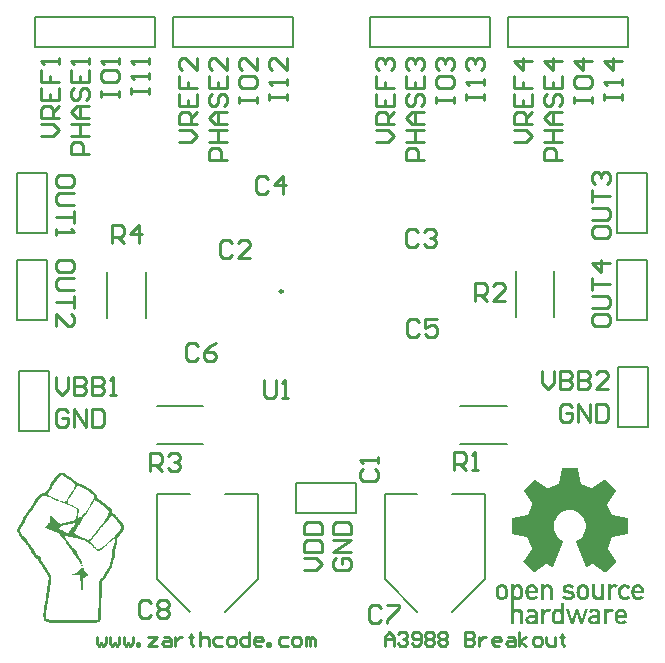
<source format=gto>
%FSLAX25Y25*%
%MOIN*%
G70*
G01*
G75*
%ADD10R,0.07874X0.15748*%
%ADD11R,0.05906X0.04921*%
%ADD12R,0.04921X0.05906*%
%ADD13R,0.19685X0.19685*%
%ADD14R,0.01181X0.06693*%
%ADD15R,0.06693X0.01181*%
%ADD16R,0.05118X0.13583*%
%ADD17R,0.13583X0.05118*%
%ADD18C,0.01181*%
%ADD19C,0.03000*%
%ADD20C,0.02000*%
%ADD21R,0.05906X0.05906*%
%ADD22C,0.05906*%
%ADD23R,0.05906X0.05906*%
%ADD24C,0.02362*%
%ADD25C,0.05000*%
%ADD26C,0.04000*%
%ADD27C,0.02598*%
%ADD28R,0.27000X0.27000*%
%ADD29C,0.04000*%
%ADD30C,0.07543*%
G04:AMPARAMS|DCode=31|XSize=95.433mil|YSize=95.433mil|CornerRadius=0mil|HoleSize=0mil|Usage=FLASHONLY|Rotation=0.000|XOffset=0mil|YOffset=0mil|HoleType=Round|Shape=Relief|Width=10mil|Gap=10mil|Entries=4|*
%AMTHD31*
7,0,0,0.09543,0.07543,0.01000,45*
%
%ADD31THD31*%
%ADD32C,0.05378*%
%ADD33C,0.06800*%
%ADD34C,0.06500*%
G04:AMPARAMS|DCode=35|XSize=88mil|YSize=88mil|CornerRadius=0mil|HoleSize=0mil|Usage=FLASHONLY|Rotation=0.000|XOffset=0mil|YOffset=0mil|HoleType=Round|Shape=Relief|Width=10mil|Gap=10mil|Entries=4|*
%AMTHD35*
7,0,0,0.08800,0.06800,0.01000,45*
%
%ADD35THD35*%
%ADD36C,0.05299*%
%ADD37C,0.00984*%
%ADD38C,0.00787*%
%ADD39C,0.01000*%
G36*
X369444Y328480D02*
X369750Y328429D01*
X370259Y328225D01*
X370412Y328072D01*
X370564Y327971D01*
X370615Y327920D01*
X370666Y327869D01*
X370870Y327614D01*
X370972Y327309D01*
X371175Y326647D01*
Y326341D01*
X371226Y326086D01*
Y325934D01*
Y325883D01*
Y325425D01*
X371125Y325017D01*
X371074Y324661D01*
X370972Y324355D01*
X370870Y324151D01*
X370768Y323999D01*
X370717Y323948D01*
X370666Y323897D01*
X370412Y323693D01*
X370157Y323540D01*
X369648Y323337D01*
X369444Y323286D01*
X369240Y323235D01*
X369088D01*
X368731Y323286D01*
X368426Y323337D01*
X367917Y323591D01*
X367764Y323693D01*
X367611Y323795D01*
X367560Y323846D01*
X367509Y323897D01*
X367356Y324151D01*
X367204Y324457D01*
X367051Y325119D01*
Y325425D01*
X367000Y325679D01*
Y325832D01*
Y325883D01*
Y326341D01*
X367102Y326799D01*
X367153Y327105D01*
X367255Y327410D01*
X367356Y327614D01*
X367407Y327767D01*
X367509Y327818D01*
Y327869D01*
X367764Y328072D01*
X368018Y328276D01*
X368528Y328429D01*
X368731Y328480D01*
X368935Y328531D01*
X369088D01*
X369444Y328480D01*
D02*
G37*
G36*
X405954Y320333D02*
X406310Y320180D01*
X406514Y320027D01*
X406616Y319976D01*
X405852Y319110D01*
X405597Y319212D01*
X405394Y319314D01*
X405190D01*
X404884Y319263D01*
X404681Y319161D01*
X404528Y319059D01*
X404477Y319009D01*
X404324Y318805D01*
X404273Y318550D01*
X404222Y318347D01*
Y318245D01*
Y315139D01*
X403102D01*
Y320333D01*
X404222D01*
Y319721D01*
X404426Y319925D01*
X404630Y320129D01*
X405037Y320282D01*
X405241Y320333D01*
X405394Y320383D01*
X405546D01*
X405954Y320333D01*
D02*
G37*
G36*
X389914Y315139D02*
X388845D01*
Y315648D01*
X388641Y315444D01*
X388386Y315342D01*
X387979Y315139D01*
X387673Y315088D01*
X387521D01*
X387215Y315139D01*
X386961Y315190D01*
X386502Y315444D01*
X386248Y315648D01*
X386146Y315699D01*
Y315750D01*
X386044Y316004D01*
X385942Y316259D01*
X385840Y316921D01*
X385789Y317226D01*
Y317481D01*
Y317685D01*
Y317736D01*
Y318245D01*
X385840Y318652D01*
X385891Y319009D01*
X385993Y319263D01*
X386044Y319467D01*
X386095Y319569D01*
X386146Y319671D01*
X386350Y319925D01*
X386553Y320078D01*
X387012Y320282D01*
X387215Y320333D01*
X387368Y320383D01*
X387521D01*
X387775Y320333D01*
X388030Y320282D01*
X388437Y320078D01*
X388743Y319823D01*
X388794Y319772D01*
X388845Y319721D01*
Y322369D01*
X389914D01*
Y315139D01*
D02*
G37*
G36*
X415018Y328429D02*
X415476Y328225D01*
X415781Y328021D01*
X415832Y327971D01*
X415883Y327920D01*
X416087Y327665D01*
X416240Y327410D01*
X416443Y326901D01*
Y326697D01*
X416494Y326494D01*
Y326392D01*
Y326341D01*
Y325475D01*
X413286D01*
X413337Y325068D01*
X413490Y324763D01*
X413694Y324508D01*
X413897Y324355D01*
X414101Y324253D01*
X414305Y324202D01*
X414508D01*
X414967Y324304D01*
X415323Y324457D01*
X415527Y324610D01*
X415629Y324712D01*
X416392Y324101D01*
X416087Y323795D01*
X415832Y323591D01*
X415476Y323439D01*
X415221Y323337D01*
X414967Y323286D01*
X414763Y323235D01*
X414559D01*
X414152Y323286D01*
X413796Y323337D01*
X413235Y323642D01*
X412828Y324050D01*
X412573Y324559D01*
X412370Y325068D01*
X412319Y325475D01*
X412268Y325781D01*
Y325832D01*
Y325883D01*
X412319Y326341D01*
X412370Y326799D01*
X412472Y327105D01*
X412573Y327410D01*
X412675Y327614D01*
X412777Y327767D01*
X412879Y327818D01*
Y327869D01*
X413133Y328072D01*
X413388Y328276D01*
X413897Y328429D01*
X414101Y328480D01*
X414254Y328531D01*
X414712D01*
X415018Y328429D01*
D02*
G37*
G36*
X396483Y328480D02*
X396788Y328429D01*
X397297Y328225D01*
X397450Y328072D01*
X397603Y327971D01*
X397654Y327920D01*
X397705Y327869D01*
X397908Y327614D01*
X398061Y327309D01*
X398265Y326647D01*
Y326341D01*
X398316Y326086D01*
Y325934D01*
Y325883D01*
Y325425D01*
X398214Y325017D01*
X398112Y324661D01*
X398010Y324355D01*
X397908Y324151D01*
X397807Y323999D01*
X397756Y323948D01*
X397705Y323897D01*
X397450Y323693D01*
X397196Y323540D01*
X396686Y323337D01*
X396483Y323286D01*
X396279Y323235D01*
X396126D01*
X395770Y323286D01*
X395464Y323337D01*
X395006Y323591D01*
X394701Y323795D01*
X394650Y323846D01*
X394599Y323897D01*
X394395Y324151D01*
X394242Y324457D01*
X394089Y325119D01*
X394039Y325425D01*
X393988Y325679D01*
Y325832D01*
Y325883D01*
X394039Y326341D01*
X394089Y326799D01*
X394191Y327105D01*
X394293Y327410D01*
X394395Y327614D01*
X394497Y327767D01*
X394599Y327818D01*
Y327869D01*
X394802Y328072D01*
X395057Y328276D01*
X395566Y328429D01*
X395770Y328480D01*
X395973Y328531D01*
X396126D01*
X396483Y328480D01*
D02*
G37*
G36*
X379679Y328429D02*
X380188Y328225D01*
X380494Y328021D01*
X380545Y327971D01*
X380596Y327920D01*
X380799Y327665D01*
X380952Y327410D01*
X381156Y326901D01*
Y326697D01*
X381207Y326494D01*
Y326392D01*
Y326341D01*
Y325475D01*
X377999D01*
X378050Y325068D01*
X378202Y324763D01*
X378406Y324508D01*
X378610Y324355D01*
X378813Y324253D01*
X379017Y324202D01*
X379221D01*
X379679Y324304D01*
X380035Y324457D01*
X380239Y324610D01*
X380341Y324712D01*
X381105Y324101D01*
X380799Y323795D01*
X380494Y323591D01*
X380188Y323439D01*
X379883Y323337D01*
X379628Y323286D01*
X379425Y323235D01*
X379221D01*
X378813Y323286D01*
X378457Y323337D01*
X377897Y323642D01*
X377489Y324050D01*
X377235Y324559D01*
X377031Y325068D01*
X376980Y325475D01*
X376929Y325781D01*
Y325832D01*
Y325883D01*
X376980Y326341D01*
X377031Y326799D01*
X377133Y327105D01*
X377235Y327410D01*
X377337Y327614D01*
X377439Y327767D01*
X377540Y327818D01*
Y327869D01*
X377795Y328072D01*
X378050Y328276D01*
X378559Y328429D01*
X378763Y328480D01*
X378915Y328531D01*
X379374D01*
X379679Y328429D01*
D02*
G37*
G36*
Y320333D02*
X380188Y320129D01*
X380596Y319823D01*
X380850Y319518D01*
X381003Y319212D01*
X381054Y318907D01*
X381105Y318703D01*
Y318652D01*
Y315139D01*
X380086D01*
Y315597D01*
X379934Y315444D01*
X379781Y315291D01*
X379323Y315139D01*
X379119D01*
X378966Y315088D01*
X378813D01*
X378253Y315139D01*
X377795Y315342D01*
X377540Y315495D01*
X377439Y315546D01*
X377184Y315902D01*
X377031Y316259D01*
X376980Y316564D01*
Y316615D01*
Y316666D01*
X377031Y317125D01*
X377184Y317430D01*
X377337Y317685D01*
X377388Y317736D01*
X377795Y317990D01*
X378202Y318143D01*
X378508Y318194D01*
X380086D01*
Y318703D01*
X380035Y318958D01*
X379934Y319110D01*
X379577Y319314D01*
X379170Y319416D01*
X379017D01*
X378559Y319365D01*
X378253Y319212D01*
X378101Y319059D01*
X378050Y319009D01*
X377235Y319620D01*
X377489Y319874D01*
X377744Y320078D01*
X378050Y320180D01*
X378304Y320282D01*
X378559Y320333D01*
X378763Y320383D01*
X378966D01*
X379679Y320333D01*
D02*
G37*
G36*
X409365Y320282D02*
X409875Y320078D01*
X410180Y319874D01*
X410231Y319823D01*
X410282Y319772D01*
X410486Y319518D01*
X410638Y319263D01*
X410842Y318754D01*
Y318550D01*
X410893Y318347D01*
Y318245D01*
Y318194D01*
Y317328D01*
X407685D01*
X407736Y316921D01*
X407889Y316615D01*
X408092Y316361D01*
X408296Y316208D01*
X408500Y316106D01*
X408704Y316055D01*
X408907D01*
X409365Y316157D01*
X409722Y316310D01*
X409976Y316463D01*
X410078Y316564D01*
X410791Y315953D01*
X410537Y315648D01*
X410231Y315444D01*
X409926Y315291D01*
X409620Y315190D01*
X409314Y315139D01*
X409111Y315088D01*
X408907D01*
X408500Y315139D01*
X408194Y315190D01*
X407634Y315495D01*
X407227Y315902D01*
X406972Y316412D01*
X406769Y316870D01*
X406718Y317277D01*
X406667Y317583D01*
Y317634D01*
Y317685D01*
X406718Y318194D01*
X406769Y318601D01*
X406870Y318958D01*
X406972Y319263D01*
X407074Y319467D01*
X407176Y319620D01*
X407278Y319671D01*
Y319721D01*
X407532Y319925D01*
X407787Y320129D01*
X408245Y320282D01*
X408449Y320333D01*
X408602Y320383D01*
X409060D01*
X409365Y320282D01*
D02*
G37*
G36*
X223234Y365457D02*
X223744Y365202D01*
X223794D01*
X223845Y365151D01*
X223998Y365049D01*
X224202Y364948D01*
X224660Y364693D01*
X225220Y364387D01*
X225271D01*
X225373Y364286D01*
X225526Y364184D01*
X225729Y364031D01*
X226290Y363624D01*
X226901Y363064D01*
X226951Y363013D01*
X227053Y362962D01*
X227206Y362809D01*
X227410Y362656D01*
X227817Y362351D01*
X228021Y362198D01*
X228224Y362147D01*
X228275D01*
X228326Y362096D01*
X228479Y362045D01*
X228683Y361994D01*
X228988Y361842D01*
X229345Y361689D01*
X229803Y361434D01*
X230312Y361179D01*
X230363Y361129D01*
X230567Y361078D01*
X230821Y360925D01*
X231127Y360721D01*
X231840Y360365D01*
X232145Y360161D01*
X232400Y359957D01*
X232451Y359907D01*
X232604Y359805D01*
X232807Y359601D01*
X233062Y359397D01*
X233571Y358939D01*
X233775Y358735D01*
X233877Y358583D01*
X233927Y358532D01*
X233978Y358379D01*
X234080Y358175D01*
Y357870D01*
Y357768D01*
Y357615D01*
X234131Y357361D01*
X234182Y357208D01*
X234233D01*
X234335Y357106D01*
X234589Y356953D01*
X234946Y356750D01*
X235048Y356699D01*
X235302Y356495D01*
X235761Y356189D01*
X236423Y355680D01*
X236473Y355629D01*
X236575Y355578D01*
X236728Y355426D01*
X236932Y355273D01*
X237390Y354916D01*
X237543Y354764D01*
X237696Y354611D01*
X237797Y354509D01*
X237950Y354407D01*
X238256Y354204D01*
X238307Y354153D01*
X238408Y354102D01*
X238561Y353949D01*
X238765Y353745D01*
X239070Y353236D01*
X239172Y352930D01*
X239223Y352574D01*
Y352523D01*
X239274Y352370D01*
X239427Y352167D01*
X239681Y352014D01*
X239783Y351963D01*
X240038Y351810D01*
X240191Y351658D01*
X240394Y351454D01*
X240649Y351199D01*
X240954Y350843D01*
X241005Y350792D01*
X241107Y350690D01*
X241260Y350486D01*
X241413Y350283D01*
X241820Y349824D01*
X242227Y349366D01*
X242278Y349315D01*
X242380Y349213D01*
X242584Y349010D01*
X242737Y348755D01*
X242940Y348449D01*
X243042Y348144D01*
X243144Y347737D01*
Y347380D01*
Y347329D01*
X243093Y347227D01*
X243042Y347024D01*
X242940Y346718D01*
X242737Y346362D01*
X242482Y346005D01*
X242126Y345547D01*
X241667Y345038D01*
X241005Y344325D01*
X240954Y343154D01*
Y343103D01*
Y342950D01*
Y342746D01*
X240903Y342441D01*
X240802Y341779D01*
X240598Y341066D01*
Y341015D01*
X240547Y340913D01*
X240496Y340761D01*
X240445Y340506D01*
X240293Y339997D01*
X240242Y339488D01*
Y339437D01*
Y339182D01*
Y338826D01*
X240140Y338316D01*
X240038Y337604D01*
X239885Y336789D01*
X239631Y335770D01*
X239274Y334599D01*
Y334548D01*
X239223Y334396D01*
X239121Y334141D01*
X238969Y333836D01*
X238612Y333123D01*
X238052Y332359D01*
X238001Y332308D01*
X237950Y332206D01*
X237797Y332053D01*
X237645Y331850D01*
X237390Y331442D01*
X237288Y331239D01*
X237237Y331137D01*
Y331086D01*
X237135Y330933D01*
X236983Y330678D01*
X236779Y330475D01*
X236575Y330220D01*
X235913Y329456D01*
X235761Y326809D01*
Y326758D01*
Y326707D01*
Y326554D01*
Y326350D01*
X235710Y325841D01*
Y325128D01*
Y324313D01*
X235659Y323397D01*
Y322378D01*
Y321360D01*
Y321309D01*
Y321156D01*
Y320953D01*
Y320698D01*
X235608Y320342D01*
Y319934D01*
X235557Y319120D01*
X235506Y318203D01*
X235404Y317388D01*
X235353Y316981D01*
X235302Y316675D01*
X235251Y316421D01*
X235201Y316217D01*
X235150Y316166D01*
X235099Y316064D01*
X234946Y316014D01*
X234793Y315912D01*
X234539Y315810D01*
X234182Y315759D01*
X233724Y315708D01*
X232298D01*
X231891Y315657D01*
X219161D01*
X218906Y315708D01*
X218601D01*
X217989Y315810D01*
X217735Y315861D01*
X217531Y315912D01*
X217480D01*
X217378Y315963D01*
X217124Y316115D01*
X216767Y316319D01*
X216615Y316472D01*
X216513Y316624D01*
X216462Y316726D01*
Y316828D01*
X216411Y317032D01*
X216360Y317286D01*
Y317592D01*
X216309Y317948D01*
Y318407D01*
Y318458D01*
Y318661D01*
Y318967D01*
X216360Y319374D01*
Y319782D01*
X216462Y320291D01*
X216615Y321360D01*
Y321411D01*
X216666Y321462D01*
X216717Y321767D01*
X216818Y322226D01*
X216920Y322735D01*
X217022Y323295D01*
X217124Y323855D01*
X217226Y324313D01*
Y324670D01*
Y324721D01*
Y324823D01*
Y325128D01*
X217277Y325535D01*
X217378Y325943D01*
Y325994D01*
X217429Y326045D01*
Y326198D01*
X217480Y326401D01*
X217531Y326656D01*
Y326961D01*
X217582Y327318D01*
X217633Y327776D01*
Y327827D01*
X217684Y327980D01*
Y328234D01*
X217735Y328540D01*
X217837Y329202D01*
X217989Y329864D01*
Y329915D01*
X218040Y329966D01*
X218091Y330169D01*
X218142Y330424D01*
Y330627D01*
Y330678D01*
X218091Y330780D01*
X217989Y331035D01*
X217786Y331340D01*
Y331391D01*
X217735Y331442D01*
X217582Y331697D01*
X217429Y331951D01*
X217378Y332155D01*
X217328Y332206D01*
X217277Y332359D01*
X217124Y332562D01*
X216869Y332970D01*
X216513Y333479D01*
X216309Y333836D01*
X216004Y334243D01*
X215698Y334701D01*
X215342Y335210D01*
X215291Y335261D01*
X215240Y335363D01*
X215087Y335516D01*
X214985Y335719D01*
X214680Y336178D01*
X214578Y336382D01*
X214527Y336534D01*
Y336585D01*
X214425Y336789D01*
X214272Y336993D01*
X213916Y337196D01*
X213814Y337247D01*
X213610Y337400D01*
X213356Y337654D01*
X213152Y337960D01*
X213101Y338062D01*
X212999Y338265D01*
X212796Y338571D01*
X212541Y338928D01*
X212490Y339029D01*
X212286Y339284D01*
X212032Y339742D01*
X211675Y340353D01*
Y340404D01*
X211625Y340506D01*
X211421Y340862D01*
X211115Y341270D01*
X211014Y341423D01*
X210861Y341524D01*
X210810Y341575D01*
X210708Y341677D01*
X210504Y341881D01*
X210351Y342135D01*
X210301Y342237D01*
X210250Y342390D01*
X210097Y342645D01*
X209842Y342848D01*
X209791Y342899D01*
X209690Y343001D01*
X209588Y343154D01*
X209384Y343357D01*
X209180Y343612D01*
X208926Y343969D01*
X208569Y344427D01*
X208518Y344478D01*
X208417Y344631D01*
X208264Y344885D01*
X208111Y345191D01*
X207755Y345802D01*
X207653Y346056D01*
X207602Y346260D01*
Y346311D01*
Y346515D01*
Y346820D01*
X207755Y347177D01*
X207805Y347278D01*
X207958Y347482D01*
X208111Y347838D01*
X208315Y348195D01*
Y348246D01*
X208366Y348297D01*
X208518Y348500D01*
X208671Y348806D01*
X208875Y349061D01*
X208926Y349112D01*
X209028Y349315D01*
X209180Y349570D01*
X209282Y349977D01*
Y350028D01*
X209333Y350079D01*
X209435Y350334D01*
X209588Y350690D01*
X209842Y351097D01*
Y351148D01*
X209893Y351199D01*
X210097Y351505D01*
X210453Y352014D01*
X210963Y352676D01*
X211014Y352727D01*
X211115Y352880D01*
X211319Y353185D01*
X211523Y353491D01*
X211828Y353898D01*
X212083Y354356D01*
X212694Y355273D01*
Y355324D01*
X212745Y355426D01*
X212847Y355578D01*
X212999Y355833D01*
X213152Y356087D01*
X213407Y356444D01*
X213661Y356800D01*
X213967Y357208D01*
X214018Y357259D01*
X214120Y357411D01*
X214323Y357564D01*
X214527Y357819D01*
X214985Y358328D01*
X215189Y358532D01*
X215393Y358684D01*
X215494Y358735D01*
X215698Y358888D01*
X216004Y358990D01*
X216360Y359041D01*
X216462D01*
X216666Y359143D01*
X216971Y359346D01*
X217124Y359499D01*
X217328Y359703D01*
X217378Y359754D01*
X217429Y359805D01*
X217531Y359957D01*
X217684Y360161D01*
X218040Y360670D01*
X218397Y361281D01*
Y361332D01*
X218448Y361383D01*
X218550Y361536D01*
X218652Y361740D01*
X218957Y362249D01*
X219313Y362809D01*
X219721Y363471D01*
X220179Y364082D01*
X220688Y364693D01*
X221198Y365151D01*
X221248Y365202D01*
X221401Y365253D01*
X221605Y365406D01*
X221961Y365508D01*
X222318Y365559D01*
X222725D01*
X223234Y365457D01*
D02*
G37*
G36*
X385077Y320333D02*
X385433Y320180D01*
X385637Y320027D01*
X385739Y319976D01*
X384975Y319110D01*
X384720Y319212D01*
X384517Y319314D01*
X384313D01*
X384007Y319263D01*
X383804Y319161D01*
X383651Y319059D01*
X383600Y319009D01*
X383447Y318805D01*
X383345Y318550D01*
X383294Y318347D01*
Y318245D01*
Y315139D01*
X382276D01*
Y320333D01*
X383294D01*
Y319721D01*
X383498Y319925D01*
X383702Y320129D01*
X384160Y320282D01*
X384364Y320333D01*
X384517Y320383D01*
X384669D01*
X385077Y320333D01*
D02*
G37*
G36*
X396126Y315139D02*
X395159D01*
X394089Y318754D01*
X393020Y315139D01*
X392104D01*
X390474Y320333D01*
X391543D01*
X392562Y316666D01*
X393733Y320333D01*
X394497D01*
X395668Y316666D01*
X396686Y320333D01*
X397756D01*
X396126Y315139D01*
D02*
G37*
G36*
X400556Y320333D02*
X401065Y320129D01*
X401473Y319823D01*
X401727Y319518D01*
X401880Y319212D01*
X401931Y318907D01*
X401982Y318703D01*
Y318652D01*
Y315139D01*
X400964D01*
Y315597D01*
X400913D01*
X400811Y315444D01*
X400607Y315291D01*
X400200Y315139D01*
X399996D01*
X399843Y315088D01*
X399691D01*
X399131Y315139D01*
X398672Y315342D01*
X398418Y315495D01*
X398316Y315546D01*
X398061Y315902D01*
X397908Y316259D01*
X397857Y316564D01*
Y316615D01*
Y316666D01*
X397908Y317125D01*
X398061Y317430D01*
X398214Y317685D01*
X398265Y317736D01*
X398672Y317990D01*
X399080Y318143D01*
X399385Y318194D01*
X400964D01*
Y318703D01*
X400913Y318958D01*
X400811Y319110D01*
X400454Y319314D01*
X400047Y319416D01*
X399640D01*
X399436Y319365D01*
X399131Y319212D01*
X398978Y319059D01*
X398927Y319009D01*
X398112Y319620D01*
X398367Y319874D01*
X398621Y320078D01*
X398927Y320180D01*
X399181Y320282D01*
X399436Y320333D01*
X399640Y320383D01*
X399843D01*
X400556Y320333D01*
D02*
G37*
G36*
X391696Y328480D02*
X392104Y328429D01*
X392460Y328327D01*
X392715Y328174D01*
X392969Y328021D01*
X393122Y327920D01*
X393224Y327869D01*
X393275Y327818D01*
X392664Y327054D01*
X392155Y327309D01*
X391696Y327461D01*
X391340Y327512D01*
X390932D01*
X390729Y327410D01*
X390576Y327359D01*
X390474Y327258D01*
X390372Y327054D01*
Y327003D01*
Y326952D01*
X390423Y326799D01*
X390474Y326697D01*
X390729Y326545D01*
X390983Y326443D01*
X391085D01*
X391951Y326392D01*
X392460Y326290D01*
X392816Y326137D01*
X393122Y325883D01*
X393275Y325577D01*
X393377Y325323D01*
X393478Y325068D01*
Y324915D01*
Y324864D01*
X393427Y324610D01*
X393377Y324355D01*
X393173Y323948D01*
X392918Y323744D01*
X392867Y323642D01*
X392816D01*
X392307Y323388D01*
X391849Y323286D01*
X391594Y323235D01*
X391289D01*
X390831Y323286D01*
X390372Y323388D01*
X390016Y323540D01*
X389659Y323693D01*
X389405Y323846D01*
X389201Y323999D01*
X389048Y324101D01*
X388997Y324151D01*
X389761Y324915D01*
X390016Y324661D01*
X390270Y324508D01*
X390780Y324304D01*
X390983Y324253D01*
X391187Y324202D01*
X391340D01*
X391696Y324253D01*
X391951Y324304D01*
X392155Y324406D01*
X392256Y324559D01*
X392409Y324813D01*
Y324864D01*
Y324915D01*
X392358Y325068D01*
X392307Y325170D01*
X392104Y325323D01*
X391849Y325374D01*
X391747D01*
X390831Y325475D01*
X390372Y325577D01*
X390067Y325679D01*
X389812Y325832D01*
X389761Y325883D01*
X389507Y326239D01*
X389405Y326596D01*
X389354Y326850D01*
Y326901D01*
Y326952D01*
X389405Y327207D01*
X389456Y327410D01*
X389659Y327767D01*
X389812Y328021D01*
X389914Y328072D01*
X390372Y328327D01*
X390780Y328480D01*
X391136Y328531D01*
X391238D01*
X391696Y328480D01*
D02*
G37*
G36*
X410588D02*
X410893Y328378D01*
X411453Y328072D01*
X411657Y327920D01*
X411861Y327767D01*
X411911Y327665D01*
X411962Y327614D01*
X411249Y326952D01*
X410893Y327258D01*
X410537Y327410D01*
X410282Y327461D01*
X410180D01*
X409722Y327410D01*
X409365Y327207D01*
X409162Y326952D01*
X408958Y326647D01*
X408856Y326341D01*
X408805Y326086D01*
Y325883D01*
Y325832D01*
X408856Y325323D01*
X409009Y324915D01*
X409264Y324661D01*
X409518Y324457D01*
X409722Y324355D01*
X409976Y324304D01*
X410129Y324253D01*
X410180D01*
X410384Y324304D01*
X410588Y324355D01*
X410944Y324559D01*
X411148Y324763D01*
X411249Y324864D01*
X411962Y324151D01*
X411708Y323846D01*
X411402Y323642D01*
X411097Y323439D01*
X410791Y323337D01*
X410537Y323286D01*
X410384Y323235D01*
X410180D01*
X409824Y323286D01*
X409467Y323337D01*
X408958Y323591D01*
X408754Y323693D01*
X408602Y323795D01*
X408500Y323846D01*
X408449Y323897D01*
X408245Y324151D01*
X408092Y324508D01*
X407889Y325119D01*
X407838Y325425D01*
X407787Y325679D01*
Y325832D01*
Y325883D01*
X407838Y326341D01*
X407889Y326748D01*
X407991Y327105D01*
X408143Y327359D01*
X408245Y327614D01*
X408347Y327767D01*
X408398Y327818D01*
X408449Y327869D01*
X408754Y328072D01*
X409009Y328276D01*
X409569Y328429D01*
X409824Y328480D01*
X410027Y328531D01*
X410180D01*
X410588Y328480D01*
D02*
G37*
G36*
X407227D02*
X407583Y328327D01*
X407787Y328174D01*
X407889Y328123D01*
X407176Y327258D01*
X406921Y327359D01*
X406667Y327461D01*
X406463D01*
X406157Y327410D01*
X405954Y327359D01*
X405801Y327258D01*
X405750Y327207D01*
X405597Y326952D01*
X405546Y326697D01*
X405496Y326494D01*
Y326443D01*
Y326392D01*
Y323286D01*
X404426D01*
Y328429D01*
X405496D01*
Y327920D01*
X405699Y328123D01*
X405903Y328276D01*
X406310Y328480D01*
X406514D01*
X406667Y328531D01*
X406819D01*
X407227Y328480D01*
D02*
G37*
G36*
X374791D02*
X375045Y328429D01*
X375504Y328225D01*
X375758Y327971D01*
X375860Y327920D01*
Y327869D01*
X375962Y327614D01*
X376064Y327359D01*
X376166Y326697D01*
X376217Y326392D01*
Y326137D01*
Y325934D01*
Y325883D01*
Y325374D01*
X376166Y324915D01*
X376115Y324610D01*
X376064Y324355D01*
X375962Y324151D01*
X375911Y324050D01*
X375860Y323948D01*
X375656Y323693D01*
X375453Y323540D01*
X374994Y323337D01*
X374791Y323286D01*
X374638Y323235D01*
X374485D01*
X374231Y323286D01*
X373976Y323337D01*
X373569Y323591D01*
X373263Y323795D01*
X373212Y323846D01*
X373161Y323897D01*
Y319721D01*
X373365Y319925D01*
X373569Y320129D01*
X373976Y320282D01*
X374180Y320333D01*
X374332Y320383D01*
X374485D01*
X374994Y320282D01*
X375351Y320129D01*
X375606Y319976D01*
X375707Y319874D01*
X376013Y319467D01*
X376166Y319059D01*
X376217Y318856D01*
Y318703D01*
Y318601D01*
Y318550D01*
Y315139D01*
X375198D01*
Y318245D01*
X375147Y318550D01*
X375045Y318805D01*
X374943Y318958D01*
X374893Y319009D01*
X374638Y319212D01*
X374383Y319263D01*
X374231Y319314D01*
X374129D01*
X373823Y319263D01*
X373620Y319161D01*
X373467Y319059D01*
X373416Y319009D01*
X373263Y318754D01*
X373212Y318499D01*
X373161Y318347D01*
Y318245D01*
Y315139D01*
X372092D01*
Y328429D01*
X373161D01*
Y327920D01*
X373365Y328123D01*
X373569Y328276D01*
X374027Y328480D01*
X374332Y328531D01*
X374485D01*
X374791Y328480D01*
D02*
G37*
G36*
X384924Y328429D02*
X385280Y328276D01*
X385535Y328123D01*
X385637Y328021D01*
X385840Y327818D01*
X385942Y327614D01*
X386146Y327207D01*
X386197Y326901D01*
Y326799D01*
Y326748D01*
Y323286D01*
X385178D01*
Y326392D01*
X385127Y326748D01*
X385026Y326952D01*
X384924Y327105D01*
X384873Y327156D01*
X384669Y327359D01*
X384415Y327410D01*
X384262Y327461D01*
X384160D01*
X383855Y327410D01*
X383600Y327309D01*
X383447Y327207D01*
X383396Y327156D01*
X383243Y326952D01*
X383193Y326697D01*
X383142Y326494D01*
Y326392D01*
Y323286D01*
X382072D01*
Y328429D01*
X383142D01*
Y327920D01*
X383345Y328123D01*
X383549Y328276D01*
X384007Y328480D01*
X384313Y328531D01*
X384466D01*
X384924Y328429D01*
D02*
G37*
G36*
X403306Y323286D02*
X402288D01*
Y323897D01*
X402237D01*
X402033Y323693D01*
X401829Y323540D01*
X401371Y323337D01*
X401065Y323235D01*
X400913D01*
X400403Y323286D01*
X399996Y323489D01*
X399742Y323642D01*
X399691Y323693D01*
X399640D01*
X399334Y324101D01*
X399181Y324559D01*
Y324763D01*
X399131Y324915D01*
Y325017D01*
Y325068D01*
Y328429D01*
X400200D01*
Y325374D01*
X400251Y325068D01*
X400353Y324813D01*
X400403Y324610D01*
X400454Y324559D01*
X400709Y324406D01*
X400964Y324304D01*
X401167Y324253D01*
X401218D01*
X401524Y324304D01*
X401778Y324406D01*
X401931Y324508D01*
X401982Y324559D01*
X402186Y324813D01*
X402237Y325119D01*
X402288Y325323D01*
Y325374D01*
Y328429D01*
X403306D01*
Y323286D01*
D02*
G37*
G36*
X394293Y367128D02*
X394395Y367077D01*
X394446Y366975D01*
Y366924D01*
X395362Y362036D01*
X395413Y361934D01*
X395464Y361832D01*
X395566Y361781D01*
X398876Y360457D01*
X398978Y360406D01*
X399080D01*
X399181Y360457D01*
X403306Y363258D01*
X403459Y363309D01*
X403561D01*
X403662Y363258D01*
X407074Y359795D01*
X407125Y359694D01*
Y359592D01*
X407074Y359541D01*
Y359490D01*
X404375Y355467D01*
X404324Y355365D01*
Y355213D01*
Y355111D01*
Y355060D01*
X405750Y351699D01*
X405852Y351597D01*
X405954Y351546D01*
X406005Y351496D01*
X406056D01*
X410791Y350579D01*
X410893Y350528D01*
X410995Y350477D01*
Y350426D01*
Y350375D01*
Y345487D01*
X410944Y345334D01*
X410893Y345232D01*
X410842Y345181D01*
X410791D01*
X406208Y344316D01*
X406056Y344265D01*
X405954Y344214D01*
X405903Y344163D01*
Y344112D01*
X404477Y340548D01*
X404426Y340395D01*
Y340242D01*
X404477Y340191D01*
Y340140D01*
X407074Y336321D01*
X407125Y336169D01*
Y336118D01*
X407074Y336016D01*
X403662Y332553D01*
X403561Y332502D01*
X403408Y332451D01*
X403357Y332502D01*
X403306D01*
X399589Y335099D01*
X399436Y335150D01*
X399334D01*
X399232Y335099D01*
X399181D01*
X397552Y334234D01*
X397348D01*
X397297Y334285D01*
X397247Y334335D01*
X393886Y342584D01*
X393835Y342737D01*
X393886Y342839D01*
X393937Y342890D01*
X394395Y343145D01*
X394599Y343247D01*
X394650Y343297D01*
X395057Y343603D01*
X395464Y343959D01*
X396075Y344723D01*
X396483Y345487D01*
X396788Y346200D01*
X396992Y346862D01*
X397043Y347371D01*
X397094Y347575D01*
Y347727D01*
Y347829D01*
Y347880D01*
X397043Y348695D01*
X396839Y349408D01*
X396585Y350019D01*
X396330Y350579D01*
X396024Y351037D01*
X395770Y351394D01*
X395566Y351597D01*
X395515Y351648D01*
X394904Y352208D01*
X394293Y352616D01*
X393631Y352870D01*
X393071Y353074D01*
X392562Y353176D01*
X392104Y353278D01*
X391747D01*
X390932Y353227D01*
X390219Y353023D01*
X389558Y352768D01*
X388997Y352463D01*
X388539Y352157D01*
X388234Y351903D01*
X387979Y351699D01*
X387928Y351648D01*
X387419Y351037D01*
X387012Y350375D01*
X386757Y349764D01*
X386553Y349153D01*
X386451Y348644D01*
X386401Y348237D01*
X386350Y347982D01*
Y347931D01*
Y347880D01*
X386401Y347320D01*
X386451Y346862D01*
X386757Y345945D01*
X387164Y345130D01*
X387623Y344469D01*
X388081Y343959D01*
X388437Y343603D01*
X388743Y343399D01*
X388794Y343297D01*
X388845D01*
X389048Y343196D01*
X389099Y343145D01*
X389558Y342890D01*
X389609Y342788D01*
X389659Y342686D01*
X389609Y342635D01*
Y342584D01*
X386197Y334335D01*
X386095Y334234D01*
X385942D01*
X384262Y335099D01*
X384160Y335150D01*
X384007D01*
X383956Y335099D01*
X383905D01*
X380188Y332502D01*
X380035Y332451D01*
X379934Y332502D01*
X379883Y332553D01*
X379832D01*
X376369Y336016D01*
X376318Y336118D01*
Y336220D01*
X376369Y336270D01*
Y336321D01*
X379017Y340140D01*
X379068Y340293D01*
Y340395D01*
X379017Y340497D01*
Y340548D01*
X377540Y344112D01*
X377489Y344214D01*
X377388Y344265D01*
X377337Y344316D01*
X377286D01*
X372652Y345181D01*
X372550Y345232D01*
X372499Y345334D01*
X372448Y345436D01*
Y345487D01*
Y350375D01*
X372499Y350477D01*
X372550Y350528D01*
X372601Y350579D01*
X372652D01*
X377388Y351496D01*
X377540Y351546D01*
X377642Y351597D01*
X377744Y351648D01*
Y351699D01*
X379170Y355060D01*
Y355213D01*
Y355365D01*
X379119Y355416D01*
Y355467D01*
X376369Y359490D01*
X376318Y359592D01*
Y359694D01*
X376369Y359795D01*
X379832Y363258D01*
X379934Y363309D01*
X380086D01*
X380137Y363258D01*
X380188D01*
X384262Y360457D01*
X384415Y360406D01*
X384517D01*
X384618Y360457D01*
X384669D01*
X387928Y361781D01*
X388030Y361832D01*
X388081Y361934D01*
X388132Y361985D01*
Y362036D01*
X389048Y366924D01*
X389099Y367077D01*
X389201Y367128D01*
X389252Y367179D01*
X394140D01*
X394293Y367128D01*
D02*
G37*
%LPC*%
G36*
X233469Y356444D02*
X233316D01*
X233215Y356342D01*
X233113Y356240D01*
X233011Y356138D01*
X232909Y355935D01*
X232756Y355680D01*
Y355629D01*
X232705Y355527D01*
X232604Y355375D01*
X232502Y355171D01*
X232298Y354865D01*
X232094Y354560D01*
X231585Y353745D01*
X231534Y353694D01*
X231432Y353541D01*
X231280Y353338D01*
X231127Y353032D01*
X230669Y352370D01*
X230261Y351658D01*
Y351607D01*
X230159Y351505D01*
X230058Y351352D01*
X229956Y351148D01*
X229650Y350639D01*
X229294Y350130D01*
Y350079D01*
X229243Y350028D01*
X229090Y349773D01*
X228937Y349519D01*
X228886Y349417D01*
Y349366D01*
X228785Y349213D01*
X228734Y349112D01*
X228632Y348959D01*
X228428Y348704D01*
X228224Y348399D01*
X228173Y348348D01*
X228123Y348246D01*
X227970Y348093D01*
X227817Y347838D01*
X227461Y347329D01*
X227053Y346667D01*
X227002Y346566D01*
X226799Y346362D01*
X226646Y346056D01*
X226544Y345853D01*
Y345751D01*
X226595Y345649D01*
X226697Y345496D01*
X226748Y345445D01*
X226850Y345394D01*
X227002Y345292D01*
X227155Y345191D01*
X227410Y345038D01*
X227766Y344834D01*
X228173Y344631D01*
X228224D01*
X228377Y344529D01*
X228581Y344427D01*
X228836Y344325D01*
X229294Y344121D01*
X229497Y344070D01*
X229599Y344020D01*
X229650D01*
X229803Y343969D01*
X230058Y343867D01*
X230414Y343612D01*
X230465D01*
X230516Y343561D01*
X230719Y343459D01*
X230974Y343307D01*
X231127Y343256D01*
X231178D01*
X231331Y343357D01*
X231585Y343561D01*
X231789Y343714D01*
X232043Y343918D01*
X232094Y343969D01*
X232145Y344020D01*
X232451Y344325D01*
X232858Y344783D01*
X233316Y345292D01*
X233367Y345394D01*
X233571Y345598D01*
X233826Y346005D01*
X234233Y346464D01*
X234691Y347075D01*
X235201Y347788D01*
X235811Y348500D01*
X236473Y349315D01*
X236524Y349366D01*
X236575Y349468D01*
X236677Y349621D01*
X236830Y349824D01*
X236983Y350079D01*
X237186Y350435D01*
X237441Y350843D01*
X237645Y351250D01*
X237696Y351301D01*
X237747Y351454D01*
X237848Y351658D01*
X237950Y351912D01*
X238205Y352472D01*
X238256Y352676D01*
Y352829D01*
X238205Y352880D01*
X238103Y353032D01*
X237848Y353287D01*
X237645Y353440D01*
X237390Y353643D01*
X237339Y353694D01*
X237288Y353745D01*
X236983Y354000D01*
X236524Y354407D01*
X236066Y354865D01*
X235964Y354967D01*
X235659Y355171D01*
X235201Y355476D01*
X234539Y355884D01*
X234488Y355935D01*
X234386Y355986D01*
X234029Y356189D01*
X233673Y356342D01*
X233469Y356444D01*
D02*
G37*
G36*
X239070Y351301D02*
X238867Y351250D01*
X238663Y351097D01*
X238459Y350894D01*
Y350843D01*
X238357Y350741D01*
X238256Y350537D01*
X238052Y350283D01*
X237747Y349875D01*
X237390Y349417D01*
X236881Y348857D01*
X236270Y348144D01*
X236219Y348093D01*
X236117Y347991D01*
X235913Y347737D01*
X235659Y347431D01*
X235302Y347024D01*
X234895Y346566D01*
X234437Y345954D01*
X233927Y345292D01*
X233877Y345242D01*
X233724Y345038D01*
X233520Y344783D01*
X233265Y344478D01*
X232705Y343816D01*
X232451Y343510D01*
X232298Y343307D01*
X232247Y343256D01*
X232145Y343052D01*
X231993Y342848D01*
X231942Y342696D01*
Y342645D01*
X231993Y342594D01*
X232094Y342492D01*
X232247Y342288D01*
X232451Y342085D01*
X232705Y341779D01*
X233113Y341372D01*
X233164Y341321D01*
X233316Y341168D01*
X233520Y341015D01*
X233724Y340811D01*
X233978Y340557D01*
X234233Y340404D01*
X234488Y340251D01*
X234640Y340200D01*
X234742D01*
X234844Y340251D01*
X234997Y340353D01*
X235201Y340455D01*
X235506Y340608D01*
X235862Y340862D01*
X236321Y341219D01*
X236372Y341270D01*
X236524Y341372D01*
X236728Y341575D01*
X237034Y341830D01*
X237441Y342186D01*
X237950Y342645D01*
X238510Y343154D01*
X239121Y343765D01*
X239223Y343867D01*
X239427Y344070D01*
X239732Y344376D01*
X240089Y344732D01*
X240954Y345649D01*
X241362Y346056D01*
X241667Y346464D01*
X241718Y346515D01*
X241769Y346566D01*
X241973Y346871D01*
X242126Y347278D01*
X242227Y347431D01*
Y347584D01*
Y347635D01*
X242126Y347889D01*
X242024Y348042D01*
X241871Y348297D01*
X241667Y348602D01*
X241413Y348959D01*
X241362Y349010D01*
X241260Y349162D01*
X241107Y349366D01*
X240903Y349621D01*
X240343Y350283D01*
X239631Y351046D01*
X239580Y351097D01*
X239529Y351148D01*
X239274Y351250D01*
X239070Y351301D01*
D02*
G37*
G36*
X216513Y358073D02*
X216360D01*
X216207Y358022D01*
X216004Y357921D01*
X215749Y357768D01*
X215443Y357564D01*
X215138Y357259D01*
X214832Y356851D01*
Y356800D01*
X214731Y356750D01*
X214527Y356393D01*
X214272Y355986D01*
X213967Y355578D01*
X213916Y355476D01*
X213763Y355273D01*
X213560Y354967D01*
X213356Y354611D01*
X213305Y354560D01*
X213203Y354305D01*
X212948Y354000D01*
X212694Y353541D01*
X212337Y353032D01*
X211981Y352472D01*
X211064Y351301D01*
X211014Y351250D01*
X210912Y351097D01*
X210708Y350843D01*
X210555Y350537D01*
X210351Y350232D01*
X210199Y349926D01*
X210148Y349621D01*
Y349417D01*
Y349366D01*
Y349264D01*
X210046Y349112D01*
X209842Y348857D01*
X209791Y348806D01*
X209639Y348602D01*
X209435Y348297D01*
X209180Y347889D01*
X209129Y347788D01*
X208977Y347533D01*
X208824Y347227D01*
X208620Y346871D01*
X208569Y346820D01*
X208518Y346667D01*
X208468Y346464D01*
Y346260D01*
X208518Y346158D01*
X208722Y345853D01*
X208824Y345649D01*
X209028Y345394D01*
X209282Y345038D01*
X209537Y344681D01*
X209588Y344631D01*
X209690Y344529D01*
X209995Y344172D01*
X210351Y343765D01*
X210504Y343663D01*
X210606Y343561D01*
X210657Y343510D01*
X210810Y343408D01*
X210963Y343205D01*
X211064Y342899D01*
Y342848D01*
X211166Y342645D01*
X211319Y342390D01*
X211523Y342186D01*
X211574Y342135D01*
X211777Y341983D01*
X211930Y341830D01*
X212083Y341626D01*
X212236Y341372D01*
X212388Y341066D01*
Y341015D01*
X212490Y340913D01*
X212592Y340710D01*
X212694Y340506D01*
X213050Y339844D01*
X213509Y339131D01*
Y339080D01*
X213560Y339029D01*
X213763Y338775D01*
X213967Y338469D01*
X214171Y338265D01*
X214221Y338215D01*
X214374Y338164D01*
X214578Y338011D01*
X214832Y337909D01*
X214883D01*
X215036Y337858D01*
X215189Y337807D01*
X215291Y337705D01*
X215342Y337654D01*
Y337604D01*
Y337451D01*
Y337400D01*
X215393Y337196D01*
X215443Y337043D01*
X215494Y336840D01*
X215596Y336585D01*
X215749Y336229D01*
Y336178D01*
X215851Y336076D01*
X216004Y335770D01*
X216258Y335414D01*
X216360Y335261D01*
X216462Y335159D01*
X216513D01*
Y335108D01*
X216615Y335007D01*
X216717Y334854D01*
X216869Y334650D01*
X217022Y334345D01*
X217277Y333988D01*
X217328Y333937D01*
X217378Y333836D01*
X217531Y333632D01*
X217684Y333377D01*
X217989Y332868D01*
X218142Y332613D01*
X218295Y332410D01*
X218346Y332359D01*
X218397Y332206D01*
X218499Y332053D01*
X218601Y331799D01*
X218855Y331340D01*
X218906Y331086D01*
X218957Y330933D01*
Y330882D01*
Y330780D01*
Y330627D01*
Y330373D01*
X218906Y330118D01*
X218855Y329711D01*
X218804Y329253D01*
Y329202D01*
X218753Y328947D01*
X218702Y328642D01*
X218652Y328285D01*
X218550Y327420D01*
X218448Y326961D01*
X218397Y326605D01*
Y326554D01*
Y326452D01*
X218346Y326248D01*
X218295Y326045D01*
X218244Y325739D01*
X218193Y325383D01*
X218091Y324568D01*
Y324466D01*
X218040Y324262D01*
X217989Y323906D01*
X217939Y323448D01*
X217837Y322888D01*
X217735Y322277D01*
X217633Y321564D01*
X217480Y320851D01*
Y320800D01*
X217429Y320647D01*
Y320444D01*
X217378Y320138D01*
X217328Y319782D01*
X217277Y319374D01*
Y318458D01*
X217328Y317032D01*
X217786Y316828D01*
X217888D01*
X217989Y316777D01*
X218142D01*
X218397Y316726D01*
X219059D01*
X219517Y316675D01*
X220077D01*
X220790Y316624D01*
X221605D01*
X222521Y316574D01*
X230210D01*
X231687Y316624D01*
X233011D01*
X233520Y316675D01*
X233927D01*
X234233Y316726D01*
X234335D01*
Y316777D01*
X234386Y316879D01*
Y317032D01*
X234437Y317236D01*
X234488Y317439D01*
Y317796D01*
X234539Y318152D01*
X234589Y318661D01*
Y319221D01*
X234640Y319934D01*
X234691Y320749D01*
Y321666D01*
X234742Y322735D01*
Y323906D01*
Y323957D01*
Y324161D01*
Y324415D01*
Y324772D01*
Y325179D01*
Y325637D01*
X234793Y326605D01*
Y327623D01*
Y328132D01*
X234844Y328540D01*
Y328947D01*
Y329253D01*
X234895Y329456D01*
Y329558D01*
X234946Y329609D01*
X235048Y329813D01*
X235251Y330169D01*
X235455Y330373D01*
X235659Y330627D01*
X235710Y330678D01*
X235761Y330729D01*
X236015Y331035D01*
X236270Y331391D01*
X236372Y331544D01*
X236423Y331697D01*
X236473Y331748D01*
X236575Y332002D01*
X236830Y332359D01*
X236983Y332562D01*
X237237Y332868D01*
X237288Y332919D01*
X237339Y333021D01*
X237492Y333224D01*
X237645Y333479D01*
X237848Y333785D01*
X238052Y334141D01*
X238357Y334956D01*
Y335007D01*
X238408Y335108D01*
X238459Y335312D01*
X238510Y335516D01*
X238714Y336127D01*
X238918Y336891D01*
X239070Y337654D01*
X239223Y338418D01*
X239274Y339131D01*
Y339386D01*
Y339640D01*
Y339742D01*
Y339997D01*
X239376Y340455D01*
X239580Y341066D01*
X239631Y341168D01*
X239732Y341423D01*
X239834Y341779D01*
X239936Y342186D01*
Y342237D01*
X239987Y342288D01*
X240038Y342543D01*
X240089Y342899D01*
Y343205D01*
Y343256D01*
Y343408D01*
X240038Y343561D01*
X239987Y343663D01*
X239936D01*
X239783Y343561D01*
X239631Y343459D01*
X239427Y343357D01*
X239172Y343154D01*
X238867Y342899D01*
X238816Y342848D01*
X238714Y342797D01*
X238357Y342492D01*
X237950Y342135D01*
X237797Y341983D01*
X237696Y341830D01*
X237645Y341779D01*
X237594Y341728D01*
X237492Y341677D01*
X237339Y341524D01*
X237135Y341372D01*
X236830Y341117D01*
X236473Y340811D01*
X236423Y340761D01*
X236321Y340659D01*
X236117Y340506D01*
X235862Y340302D01*
X235404Y339895D01*
X235251Y339742D01*
X235099Y339589D01*
X235048Y339539D01*
X234997Y339488D01*
X234844Y339437D01*
X234691D01*
X234589Y339539D01*
X234386Y339691D01*
X234080Y339997D01*
X234029Y340048D01*
X233978Y340099D01*
X233673Y340353D01*
X233316Y340710D01*
X232960Y341066D01*
X232909Y341117D01*
X232655Y341321D01*
X232349Y341626D01*
X231942Y341983D01*
X231432Y342339D01*
X230923Y342696D01*
X230363Y343001D01*
X229854Y343205D01*
X229803D01*
X229701Y343256D01*
X229548Y343307D01*
X229294Y343357D01*
X228734Y343510D01*
X228072Y343714D01*
X228021D01*
X227868Y343765D01*
X227664Y343816D01*
X227359Y343918D01*
X226951Y343969D01*
X226493Y344070D01*
X225984Y344172D01*
X225373Y344274D01*
X225322D01*
X225118Y344325D01*
X224813Y344376D01*
X224507Y344427D01*
X224202Y344478D01*
X223896Y344529D01*
X223540D01*
Y344478D01*
Y344325D01*
X223591Y344172D01*
X223693Y343969D01*
X223845Y343714D01*
X224100Y343357D01*
X224151Y343256D01*
X224355Y343052D01*
X224558Y342746D01*
X224915Y342339D01*
X225627Y341423D01*
X225984Y341015D01*
X226290Y340659D01*
X226340Y340608D01*
X226391Y340557D01*
X226646Y340251D01*
X227002Y339895D01*
X227308Y339539D01*
X227359Y339488D01*
X227410Y339335D01*
X227512Y339182D01*
X227613Y338978D01*
X227766Y338724D01*
X227919Y338367D01*
X228123Y337909D01*
X228173Y337858D01*
X228224Y337705D01*
X228326Y337451D01*
X228428Y337196D01*
X228734Y336483D01*
X229039Y335770D01*
Y335719D01*
X229090Y335669D01*
X229192Y335363D01*
X229345Y334956D01*
X229497Y334497D01*
Y334447D01*
X229548Y334396D01*
X229650Y334141D01*
X229752Y333734D01*
X229854Y333326D01*
Y333275D01*
X229905Y333173D01*
X229956Y333072D01*
X230108Y332868D01*
X230261Y332664D01*
X230465Y332410D01*
X230770Y332155D01*
X231127Y331901D01*
X231178Y331850D01*
X231229Y331799D01*
X231280Y331646D01*
X231178Y331493D01*
X231127Y331442D01*
X230974Y331340D01*
X230719Y331137D01*
X230312Y330933D01*
X230210Y330882D01*
X230007Y330780D01*
X229752Y330577D01*
X229599Y330424D01*
Y330322D01*
X229548Y330118D01*
Y329864D01*
X229497Y329405D01*
Y329100D01*
Y328794D01*
Y328387D01*
Y327929D01*
Y327420D01*
Y326859D01*
Y326809D01*
Y326707D01*
Y326554D01*
Y326350D01*
Y325790D01*
X229548Y325128D01*
Y324415D01*
X229599Y323753D01*
Y323142D01*
X229650Y322888D01*
Y322684D01*
Y322633D01*
X229701Y322480D01*
Y322277D01*
X229752Y322022D01*
Y321513D01*
Y321309D01*
X229701Y321156D01*
Y321106D01*
X229650Y321055D01*
X229599Y321106D01*
Y321156D01*
X229548Y321258D01*
X229497Y321411D01*
Y321462D01*
Y321564D01*
X229447Y321767D01*
X229396Y322124D01*
X229345Y322633D01*
X229294Y323244D01*
X229243Y323652D01*
X229192Y324110D01*
Y324568D01*
X229141Y325128D01*
Y325179D01*
Y325281D01*
Y325434D01*
X229090Y325637D01*
X229039Y326198D01*
X228988Y326859D01*
X228937Y327521D01*
X228886Y328183D01*
X228785Y328794D01*
Y328998D01*
X228734Y329202D01*
Y329253D01*
Y329355D01*
X228683Y329507D01*
X228632Y329711D01*
X228581Y330220D01*
X228479Y330780D01*
X228377Y331493D01*
X227461Y331544D01*
X227206D01*
X226951Y331595D01*
X226697Y331646D01*
X226391D01*
X226137Y331697D01*
X225984Y331799D01*
X225933Y331850D01*
Y331901D01*
X226035Y331951D01*
X226086Y332002D01*
X226290D01*
X226493Y332053D01*
X226799Y332257D01*
X227053Y332359D01*
X227359Y332562D01*
X227410Y332613D01*
X227512Y332664D01*
X227817Y332919D01*
X228224Y333173D01*
X228377Y333275D01*
X228530Y333377D01*
X228581D01*
X228632Y333428D01*
X228836Y333581D01*
X228988Y333785D01*
X229090Y333886D01*
Y334039D01*
Y334141D01*
X229039Y334396D01*
X228937Y334803D01*
X228785Y335108D01*
X228632Y335414D01*
Y335465D01*
X228530Y335618D01*
X228428Y335821D01*
X228275Y336076D01*
X227868Y336738D01*
X227308Y337502D01*
X227257Y337553D01*
X227155Y337705D01*
X227002Y337909D01*
X226799Y338215D01*
X226544Y338520D01*
X226290Y338928D01*
X225729Y339793D01*
X225678Y339844D01*
X225627Y339997D01*
X225424Y340200D01*
X225169Y340455D01*
X225118Y340506D01*
X224966Y340710D01*
X224813Y340862D01*
X224762Y341066D01*
Y341117D01*
Y341168D01*
X224660Y341321D01*
X224558Y341423D01*
X224456Y341524D01*
X224355Y341626D01*
X224202Y341830D01*
X223947Y342135D01*
X223693Y342543D01*
X223336Y343103D01*
X222878Y343765D01*
Y343816D01*
X222827Y343867D01*
X222623Y344172D01*
X222318Y344580D01*
X221910Y345038D01*
Y345089D01*
X221809Y345140D01*
X221605Y345343D01*
X221350Y345547D01*
X221248Y345649D01*
X221045D01*
X220943Y345700D01*
X220790Y345751D01*
X220535Y345802D01*
X220230Y345954D01*
X219823Y346107D01*
X219313Y346311D01*
X219263Y346362D01*
X219059Y346413D01*
X218855Y346566D01*
X218550Y346667D01*
X217888Y346973D01*
X217582Y347075D01*
X217328Y347126D01*
X217277D01*
X217226Y347177D01*
X216971Y347227D01*
X216767Y347329D01*
X216666Y347431D01*
Y347482D01*
Y347533D01*
X216717Y347584D01*
X216818Y347635D01*
X217022Y347686D01*
X217073Y347737D01*
X217277Y347838D01*
X217429Y347991D01*
X217582Y348144D01*
X217786Y348399D01*
X217989Y348704D01*
Y348755D01*
X218040Y348806D01*
X218244Y349061D01*
X218397Y349366D01*
X218499Y349621D01*
Y349672D01*
X218550Y349875D01*
Y350181D01*
X218499Y350639D01*
Y350690D01*
Y350792D01*
Y351046D01*
Y351352D01*
Y351403D01*
X218550Y351454D01*
X218601D01*
X218652Y351403D01*
X218804Y351250D01*
X219008Y351097D01*
X219313Y350843D01*
X219721Y350486D01*
X220230Y349977D01*
X220281Y349926D01*
X220383Y349824D01*
X220739Y349519D01*
X221096Y349162D01*
X221299Y349010D01*
X221401Y348908D01*
X221452Y348857D01*
X221605Y348806D01*
X221809Y348755D01*
X222165Y348704D01*
X222267D01*
X222572Y348755D01*
X222929Y348857D01*
X223336Y349010D01*
X223387D01*
X223438Y349061D01*
X223693Y349162D01*
X224049Y349264D01*
X224507Y349315D01*
X224609D01*
X224966Y349366D01*
X225424Y349468D01*
X225984Y349621D01*
X226035D01*
X226137Y349672D01*
X226442Y349824D01*
X226799Y350028D01*
X226951Y350130D01*
X227053Y350232D01*
Y350283D01*
X227104Y350334D01*
X227155Y350486D01*
X227257Y350741D01*
X227308Y351046D01*
X227410Y351505D01*
X227512Y352014D01*
X227613Y352625D01*
Y352676D01*
Y352880D01*
Y353083D01*
Y353236D01*
Y353287D01*
X227562Y353338D01*
X227410Y353541D01*
X227206Y353745D01*
X227104Y353796D01*
X226901Y353949D01*
X226646Y354153D01*
X226391Y354254D01*
X226340D01*
X226188Y354356D01*
X225882Y354458D01*
X225475Y354611D01*
X225424D01*
X225373Y354662D01*
X225220Y354713D01*
X225016Y354815D01*
X224762Y354916D01*
X224405Y355069D01*
X224049Y355222D01*
X223591Y355375D01*
X223540D01*
X223387Y355476D01*
X223183Y355527D01*
X222878Y355680D01*
X222318Y355884D01*
X222012Y355986D01*
X221809Y356087D01*
X221758Y356138D01*
X221554Y356189D01*
X221299Y356240D01*
X221096Y356291D01*
X221045D01*
X220892Y356342D01*
X220739Y356393D01*
X220535Y356495D01*
X220281Y356597D01*
X219975Y356750D01*
X219924D01*
X219874Y356800D01*
X219568Y356953D01*
X219110Y357157D01*
X218550Y357411D01*
X217989Y357666D01*
X217429Y357870D01*
X216920Y358022D01*
X216513Y358073D01*
D02*
G37*
G36*
X228173Y361230D02*
X227970Y361179D01*
X227613Y361078D01*
X227562D01*
X227512Y360976D01*
X227308Y360772D01*
X227002Y360365D01*
X226850Y360110D01*
X226595Y359805D01*
X226340Y359448D01*
X226086Y358990D01*
X225729Y358481D01*
X225373Y357870D01*
X224966Y357208D01*
X224507Y356444D01*
X224456Y356393D01*
X224405Y356189D01*
X224355Y355935D01*
X224304Y355680D01*
Y355629D01*
X224355Y355527D01*
X224405Y355426D01*
X224507Y355375D01*
X224558D01*
X224711Y355324D01*
X224864Y355273D01*
X225118Y355171D01*
X225475Y354967D01*
X225933Y354764D01*
X226493Y354458D01*
X226544Y354407D01*
X226748Y354305D01*
X227053Y354153D01*
X227359Y354000D01*
X227664Y353847D01*
X227919Y353643D01*
X228123Y353541D01*
X228224Y353440D01*
Y353389D01*
Y353185D01*
Y352880D01*
X228072Y352472D01*
Y352421D01*
X227970Y352218D01*
X227919Y351963D01*
X227868Y351658D01*
Y351607D01*
Y351403D01*
X227817Y351097D01*
Y350843D01*
Y350792D01*
X227868Y350690D01*
X227919Y350588D01*
X228021Y350537D01*
X228072D01*
X228173Y350639D01*
X228326Y350741D01*
X228479Y350843D01*
X228734Y351046D01*
X229039Y351301D01*
X229090Y351352D01*
X229192Y351454D01*
X229345Y351556D01*
X229548Y351759D01*
X230007Y352218D01*
X230363Y352676D01*
Y352727D01*
X230414Y352778D01*
X230618Y353032D01*
X230821Y353338D01*
X231025Y353643D01*
X231076Y353694D01*
X231229Y353898D01*
X231432Y354204D01*
X231687Y354611D01*
X231738Y354662D01*
X231840Y354865D01*
X231993Y355120D01*
X232196Y355426D01*
X232655Y356189D01*
X232807Y356546D01*
X232960Y356902D01*
Y356953D01*
X233011Y357004D01*
X233062Y357310D01*
X233113Y357666D01*
Y357972D01*
Y358022D01*
X233062Y358175D01*
X232960Y358328D01*
X232705Y358532D01*
X232655Y358583D01*
X232400Y358735D01*
X232043Y358990D01*
X231534Y359397D01*
X231483Y359448D01*
X231432Y359499D01*
X231127Y359754D01*
X230770Y360008D01*
X230618Y360110D01*
X230465Y360161D01*
X230414D01*
X230210Y360263D01*
X229905Y360416D01*
X229497Y360619D01*
X229396Y360670D01*
X229192Y360823D01*
X228886Y360976D01*
X228683Y361027D01*
X228581D01*
X228428Y361078D01*
X228326Y361179D01*
X228275D01*
X228173Y361230D01*
D02*
G37*
G36*
X226850Y348857D02*
X226595D01*
X226391Y348806D01*
X226188Y348755D01*
X225882Y348704D01*
X225831D01*
X225729Y348653D01*
X225577D01*
X225373Y348602D01*
X224813Y348500D01*
X224202Y348399D01*
X224100D01*
X223896Y348348D01*
X223693Y348297D01*
X223438Y348195D01*
X223132Y348144D01*
X222369Y347838D01*
X222318D01*
X222216Y347788D01*
X221859Y347584D01*
X221452Y347380D01*
X221350Y347278D01*
X221299Y347227D01*
Y347177D01*
X221401Y347126D01*
X221503Y347024D01*
X221656Y346922D01*
X221859Y346820D01*
X222114Y346667D01*
X222165D01*
X222267Y346616D01*
X222572Y346413D01*
X223031Y346158D01*
X223438Y345903D01*
X223540Y345853D01*
X223693Y345751D01*
X223947Y345598D01*
X224151Y345547D01*
X224202D01*
X224355Y345598D01*
X224558Y345700D01*
X224762Y345903D01*
X224813Y345954D01*
X224966Y346158D01*
X225169Y346413D01*
X225373Y346820D01*
Y346871D01*
X225424Y346922D01*
X225577Y347177D01*
X225780Y347431D01*
X225933Y347533D01*
X226086Y347584D01*
X226137D01*
X226239Y347686D01*
X226442Y347838D01*
X226646Y348144D01*
X226697Y348246D01*
X226799Y348449D01*
X226850Y348653D01*
Y348857D01*
D02*
G37*
G36*
X222420Y364795D02*
X222216Y364744D01*
X222012Y364642D01*
X221961D01*
X221910Y364591D01*
X221605Y364337D01*
X221452Y364184D01*
X221198Y363929D01*
X220994Y363675D01*
X220739Y363318D01*
Y363267D01*
X220688Y363216D01*
X220485Y362911D01*
X220230Y362503D01*
X219874Y362045D01*
X219568Y361536D01*
X219313Y361078D01*
X219110Y360721D01*
X219008Y360467D01*
Y360416D01*
X218957Y360263D01*
X218753Y360008D01*
X218601Y359805D01*
X218397Y359601D01*
X218295Y359499D01*
X218091Y359245D01*
X217888Y358939D01*
X217837Y358735D01*
X217786Y358583D01*
Y358532D01*
X217837Y358430D01*
X217888Y358277D01*
X218040Y358124D01*
X218091Y358073D01*
X218346Y357972D01*
X218499Y357921D01*
X218753Y357768D01*
X219008Y357615D01*
X219364Y357462D01*
X219415Y357411D01*
X219619Y357361D01*
X219823Y357259D01*
X220128Y357106D01*
X220434Y356953D01*
X220688Y356851D01*
X220892Y356800D01*
X221045Y356750D01*
X221096D01*
X221248Y356699D01*
X221503Y356597D01*
X221910Y356342D01*
X221961Y356291D01*
X222114Y356240D01*
X222369Y356138D01*
X222674Y356087D01*
X222980Y355986D01*
X223285D01*
X223540Y356087D01*
X223744Y356240D01*
X223794Y356291D01*
X223845Y356393D01*
X224100Y356699D01*
X224151Y356750D01*
X224304Y357004D01*
X224405Y357157D01*
X224558Y357411D01*
X224762Y357717D01*
X224966Y358073D01*
X225016Y358124D01*
X225067Y358226D01*
X225169Y358430D01*
X225322Y358633D01*
X225577Y359041D01*
X225627Y359143D01*
X225678Y359245D01*
Y359296D01*
X225729Y359346D01*
X225831Y359550D01*
X226086Y359907D01*
Y359957D01*
X226188Y360008D01*
X226340Y360263D01*
X226544Y360670D01*
X226748Y361129D01*
X226951Y361842D01*
X226239Y362453D01*
X226188D01*
X226137Y362554D01*
X225984Y362656D01*
X225780Y362809D01*
X225271Y363165D01*
X224558Y363624D01*
X224507Y363675D01*
X224405Y363725D01*
X224202Y363827D01*
X224049Y363980D01*
X223591Y364235D01*
X223438Y364286D01*
X223336Y364337D01*
X223234Y364387D01*
X223132Y364438D01*
X222980Y364591D01*
X222929Y364642D01*
X222725Y364744D01*
X222420Y364795D01*
D02*
G37*
G36*
X396279Y327461D02*
X396177D01*
X395821Y327410D01*
X395566Y327309D01*
X395413Y327156D01*
X395362Y327105D01*
X395261Y326952D01*
X395210Y326799D01*
X395108Y326392D01*
X395057Y326035D01*
Y325934D01*
Y325883D01*
X395108Y325323D01*
X395210Y324966D01*
X395311Y324712D01*
X395362Y324661D01*
X395617Y324406D01*
X395872Y324304D01*
X396075Y324253D01*
X396177D01*
X396534Y324304D01*
X396788Y324457D01*
X396941Y324610D01*
X396992Y324661D01*
X397094Y325017D01*
X397196Y325425D01*
Y325730D01*
Y325832D01*
Y325883D01*
Y326188D01*
X397145Y326443D01*
X397094Y326850D01*
X397043Y327054D01*
X396992Y327105D01*
X396737Y327309D01*
X396483Y327410D01*
X396279Y327461D01*
D02*
G37*
G36*
X379221Y327512D02*
X379068D01*
X378712Y327461D01*
X378457Y327309D01*
X378253Y327156D01*
X378151Y326952D01*
X378050Y326697D01*
X377999Y326545D01*
Y326392D01*
Y326341D01*
X380137D01*
X380086Y326748D01*
X379934Y327003D01*
X379781Y327207D01*
X379577Y327359D01*
X379374Y327461D01*
X379221Y327512D01*
D02*
G37*
G36*
X369190Y327461D02*
X369088D01*
X368731Y327410D01*
X368477Y327309D01*
X368324Y327156D01*
X368273Y327105D01*
X368171Y326952D01*
X368120Y326799D01*
X368069Y326392D01*
X368018Y326035D01*
Y325934D01*
Y325883D01*
X368069Y325323D01*
X368171Y324966D01*
X368222Y324712D01*
X368273Y324661D01*
X368528Y324406D01*
X368782Y324304D01*
X368986Y324253D01*
X369088D01*
X369444Y324304D01*
X369750Y324457D01*
X369902Y324610D01*
X369953Y324661D01*
X370106Y325017D01*
X370157Y325425D01*
X370208Y325730D01*
Y325832D01*
Y325883D01*
Y326188D01*
X370157Y326443D01*
X370106Y326850D01*
X370004Y327054D01*
X369953Y327105D01*
X369699Y327309D01*
X369393Y327410D01*
X369190Y327461D01*
D02*
G37*
G36*
X374282D02*
X374180D01*
X373823Y327410D01*
X373569Y327207D01*
X373416Y326952D01*
X373314Y326697D01*
X373212Y326392D01*
X373161Y326137D01*
Y325934D01*
Y325883D01*
X373212Y325323D01*
X373314Y324966D01*
X373467Y324661D01*
X373671Y324457D01*
X373874Y324355D01*
X374027Y324304D01*
X374129Y324253D01*
X374180D01*
X374434Y324304D01*
X374689Y324406D01*
X374791Y324457D01*
X374842Y324508D01*
X374994Y324712D01*
X375096Y324915D01*
X375147Y325017D01*
Y325068D01*
X375198Y325323D01*
Y325577D01*
Y325781D01*
Y325883D01*
X375147Y326392D01*
X375096Y326748D01*
X375045Y327003D01*
X374994Y327054D01*
X374791Y327309D01*
X374536Y327410D01*
X374282Y327461D01*
D02*
G37*
G36*
X414559Y327512D02*
X414406D01*
X414050Y327461D01*
X413796Y327309D01*
X413592Y327156D01*
X413439Y326952D01*
X413337Y326697D01*
Y326545D01*
X413286Y326392D01*
Y326341D01*
X415476D01*
X415425Y326748D01*
X415272Y327003D01*
X415119Y327207D01*
X414916Y327359D01*
X414712Y327461D01*
X414559Y327512D01*
D02*
G37*
G36*
X400964Y317328D02*
X399436D01*
X399232Y317226D01*
X399029Y317125D01*
X398927Y317023D01*
X398825Y316819D01*
Y316768D01*
Y316717D01*
X398876Y316513D01*
X398978Y316361D01*
X399334Y316157D01*
X399640Y316055D01*
X399793D01*
X400251Y316106D01*
X400505Y316157D01*
X400658Y316208D01*
X400709D01*
X400862Y316412D01*
X400913Y316666D01*
X400964Y316870D01*
Y316972D01*
Y317328D01*
D02*
G37*
G36*
X380086D02*
X378559D01*
X378355Y317226D01*
X378151Y317125D01*
X378050Y317023D01*
X377948Y316819D01*
Y316768D01*
Y316717D01*
X377999Y316513D01*
X378101Y316361D01*
X378457Y316157D01*
X378763Y316055D01*
X378915D01*
X379323Y316106D01*
X379628Y316157D01*
X379781Y316208D01*
X379832D01*
X379985Y316412D01*
X380035Y316666D01*
X380086Y316870D01*
Y316972D01*
Y317328D01*
D02*
G37*
G36*
X408907Y319416D02*
X408754D01*
X408398Y319365D01*
X408143Y319212D01*
X407991Y319009D01*
X407838Y318805D01*
X407736Y318601D01*
Y318397D01*
X407685Y318245D01*
Y318194D01*
X409875D01*
X409824Y318601D01*
X409671Y318907D01*
X409518Y319110D01*
X409314Y319263D01*
X409111Y319365D01*
X408907Y319416D01*
D02*
G37*
G36*
X387979Y319314D02*
X387826D01*
X387521Y319263D01*
X387317Y319212D01*
X387164Y319110D01*
X387113Y319059D01*
X387012Y318856D01*
X386910Y318703D01*
X386859Y318550D01*
Y318499D01*
X386808Y318296D01*
Y318041D01*
Y317837D01*
Y317736D01*
X386859Y317226D01*
X386910Y316870D01*
X386961Y316666D01*
Y316564D01*
X387164Y316310D01*
X387470Y316208D01*
X387724Y316157D01*
X387826D01*
X388183Y316208D01*
X388437Y316412D01*
X388590Y316666D01*
X388743Y316972D01*
X388794Y317226D01*
X388845Y317481D01*
Y317685D01*
Y317736D01*
X388794Y318245D01*
X388692Y318652D01*
X388539Y318907D01*
X388335Y319110D01*
X388132Y319212D01*
X387979Y319314D01*
D02*
G37*
%LPD*%
D37*
X296063Y426083D02*
G03*
X296063Y426083I-492J0D01*
G01*
D38*
X276905Y358685D02*
X287732D01*
X254268D02*
X265094D01*
X254268Y330142D02*
Y358685D01*
Y330142D02*
X265094Y319315D01*
X287732Y330142D02*
Y358685D01*
X276905Y319315D02*
X287732Y330142D01*
X207500Y436500D02*
X217500D01*
Y416500D02*
Y436500D01*
X207500Y416500D02*
X217500D01*
X207500D02*
Y436500D01*
Y445500D02*
X217500D01*
X207500D02*
Y465500D01*
X217500D01*
Y445500D02*
Y465500D01*
X407500Y445500D02*
X417500D01*
X407500D02*
Y465500D01*
X417500D01*
Y445500D02*
Y465500D01*
X407500Y436500D02*
X417500D01*
Y416500D02*
Y436500D01*
X407500Y416500D02*
X417500D01*
X407500D02*
Y436500D01*
X371000Y507500D02*
Y517500D01*
X411000D01*
X371000Y507500D02*
X411000D01*
Y517500D01*
X325000Y507500D02*
Y517500D01*
X365000D01*
X325000Y507500D02*
X365000D01*
Y517500D01*
X259500Y507500D02*
Y517500D01*
X299500D01*
X259500Y507500D02*
X299500D01*
Y517500D01*
X213500Y507500D02*
Y517500D01*
X253500D01*
X213500Y507500D02*
X253500D01*
Y517500D01*
X417750Y381000D02*
Y401000D01*
X407750D02*
X417750D01*
X407750Y381000D02*
Y401000D01*
Y381000D02*
X417750D01*
X218000Y379500D02*
Y399500D01*
X208000D02*
X218000D01*
X208000Y379500D02*
Y399500D01*
Y379500D02*
X218000D01*
X300500Y362250D02*
X320500D01*
X300500Y352250D02*
Y362250D01*
Y352250D02*
X320500D01*
Y362250D01*
X355323Y387898D02*
X370677D01*
X355323Y375102D02*
X370677D01*
X386648Y417573D02*
Y432927D01*
X373852Y417573D02*
Y432927D01*
X254073Y375102D02*
X269427D01*
X254073Y387898D02*
X269427D01*
X250398Y417323D02*
Y432677D01*
X237602Y417323D02*
Y432677D01*
X352656Y358685D02*
X363482D01*
X330018D02*
X340844D01*
X330018Y330142D02*
Y358685D01*
Y330142D02*
X340844Y319315D01*
X363482Y330142D02*
Y358685D01*
X352656Y319315D02*
X363482Y330142D01*
D39*
X252249Y322248D02*
X251249Y323248D01*
X249250D01*
X248250Y322248D01*
Y318250D01*
X249250Y317250D01*
X251249D01*
X252249Y318250D01*
X254248Y322248D02*
X255248Y323248D01*
X257247D01*
X258247Y322248D01*
Y321249D01*
X257247Y320249D01*
X258247Y319249D01*
Y318250D01*
X257247Y317250D01*
X255248D01*
X254248Y318250D01*
Y319249D01*
X255248Y320249D01*
X254248Y321249D01*
Y322248D01*
X255248Y320249D02*
X257247D01*
X267749Y407748D02*
X266749Y408748D01*
X264750D01*
X263750Y407748D01*
Y403750D01*
X264750Y402750D01*
X266749D01*
X267749Y403750D01*
X273747Y408748D02*
X271747Y407748D01*
X269748Y405749D01*
Y403750D01*
X270748Y402750D01*
X272747D01*
X273747Y403750D01*
Y404749D01*
X272747Y405749D01*
X269748D01*
X341499Y415998D02*
X340499Y416998D01*
X338500D01*
X337500Y415998D01*
Y412000D01*
X338500Y411000D01*
X340499D01*
X341499Y412000D01*
X347497Y416998D02*
X343498D01*
Y413999D01*
X345497Y414999D01*
X346497D01*
X347497Y413999D01*
Y412000D01*
X346497Y411000D01*
X344498D01*
X343498Y412000D01*
X291249Y463498D02*
X290249Y464498D01*
X288250D01*
X287250Y463498D01*
Y459500D01*
X288250Y458500D01*
X290249D01*
X291249Y459500D01*
X296247Y458500D02*
Y464498D01*
X293248Y461499D01*
X297247D01*
X239250Y442250D02*
Y448248D01*
X242249D01*
X243249Y447248D01*
Y445249D01*
X242249Y444249D01*
X239250D01*
X241249D02*
X243249Y442250D01*
X248247D02*
Y448248D01*
X245248Y445249D01*
X249247D01*
X251750Y366250D02*
Y372248D01*
X254749D01*
X255749Y371248D01*
Y369249D01*
X254749Y368249D01*
X251750D01*
X253749D02*
X255749Y366250D01*
X257748Y371248D02*
X258748Y372248D01*
X260747D01*
X261747Y371248D01*
Y370249D01*
X260747Y369249D01*
X259747D01*
X260747D01*
X261747Y368249D01*
Y367250D01*
X260747Y366250D01*
X258748D01*
X257748Y367250D01*
X360250Y422750D02*
Y428748D01*
X363249D01*
X364249Y427748D01*
Y425749D01*
X363249Y424749D01*
X360250D01*
X362249D02*
X364249Y422750D01*
X370247D02*
X366248D01*
X370247Y426749D01*
Y427748D01*
X369247Y428748D01*
X367248D01*
X366248Y427748D01*
X353000Y366500D02*
Y372498D01*
X355999D01*
X356999Y371498D01*
Y369499D01*
X355999Y368499D01*
X353000D01*
X354999D02*
X356999Y366500D01*
X358998D02*
X360997D01*
X359998D01*
Y372498D01*
X358998Y371498D01*
X341249Y445998D02*
X340249Y446998D01*
X338250D01*
X337250Y445998D01*
Y442000D01*
X338250Y441000D01*
X340249D01*
X341249Y442000D01*
X343248Y445998D02*
X344248Y446998D01*
X346247D01*
X347247Y445998D01*
Y444999D01*
X346247Y443999D01*
X345247D01*
X346247D01*
X347247Y442999D01*
Y442000D01*
X346247Y441000D01*
X344248D01*
X343248Y442000D01*
X278999Y442248D02*
X277999Y443248D01*
X276000D01*
X275000Y442248D01*
Y438250D01*
X276000Y437250D01*
X277999D01*
X278999Y438250D01*
X284997Y437250D02*
X280998D01*
X284997Y441249D01*
Y442248D01*
X283997Y443248D01*
X281998D01*
X280998Y442248D01*
X322752Y366999D02*
X321752Y365999D01*
Y364000D01*
X322752Y363000D01*
X326750D01*
X327750Y364000D01*
Y365999D01*
X326750Y366999D01*
X327750Y368998D02*
Y370997D01*
Y369998D01*
X321752D01*
X322752Y368998D01*
X289750Y396498D02*
Y391500D01*
X290750Y390500D01*
X292749D01*
X293749Y391500D01*
Y396498D01*
X295748Y390500D02*
X297747D01*
X296748D01*
Y396498D01*
X295748Y395498D01*
X328749Y320498D02*
X327749Y321498D01*
X325750D01*
X324750Y320498D01*
Y316500D01*
X325750Y315500D01*
X327749D01*
X328749Y316500D01*
X330748Y321498D02*
X334747D01*
Y320498D01*
X330748Y316500D01*
Y315500D01*
X303102Y333250D02*
X307101D01*
X309100Y335249D01*
X307101Y337249D01*
X303102D01*
Y339248D02*
X309100D01*
Y342247D01*
X308100Y343247D01*
X304102D01*
X303102Y342247D01*
Y339248D01*
Y345246D02*
X309100D01*
Y348245D01*
X308100Y349245D01*
X304102D01*
X303102Y348245D01*
Y345246D01*
X220500Y397498D02*
Y393499D01*
X222499Y391500D01*
X224499Y393499D01*
Y397498D01*
X226498D02*
Y391500D01*
X229497D01*
X230497Y392500D01*
Y393499D01*
X229497Y394499D01*
X226498D01*
X229497D01*
X230497Y395499D01*
Y396498D01*
X229497Y397498D01*
X226498D01*
X232496D02*
Y391500D01*
X235495D01*
X236495Y392500D01*
Y393499D01*
X235495Y394499D01*
X232496D01*
X235495D01*
X236495Y395499D01*
Y396498D01*
X235495Y397498D01*
X232496D01*
X238494Y391500D02*
X240493D01*
X239494D01*
Y397498D01*
X238494Y396498D01*
X382500Y399498D02*
Y395499D01*
X384499Y393500D01*
X386499Y395499D01*
Y399498D01*
X388498D02*
Y393500D01*
X391497D01*
X392497Y394500D01*
Y395499D01*
X391497Y396499D01*
X388498D01*
X391497D01*
X392497Y397499D01*
Y398498D01*
X391497Y399498D01*
X388498D01*
X394496D02*
Y393500D01*
X397495D01*
X398495Y394500D01*
Y395499D01*
X397495Y396499D01*
X394496D01*
X397495D01*
X398495Y397499D01*
Y398498D01*
X397495Y399498D01*
X394496D01*
X404493Y393500D02*
X400494D01*
X404493Y397499D01*
Y398498D01*
X403493Y399498D01*
X401494D01*
X400494Y398498D01*
X224499Y385998D02*
X223499Y386998D01*
X221500D01*
X220500Y385998D01*
Y382000D01*
X221500Y381000D01*
X223499D01*
X224499Y382000D01*
Y383999D01*
X222499D01*
X226498Y381000D02*
Y386998D01*
X230497Y381000D01*
Y386998D01*
X232496D02*
Y381000D01*
X235495D01*
X236495Y382000D01*
Y385998D01*
X235495Y386998D01*
X232496D01*
X226498Y462001D02*
Y464000D01*
X225498Y465000D01*
X221500D01*
X220500Y464000D01*
Y462001D01*
X221500Y461001D01*
X225498D01*
X226498Y462001D01*
Y459002D02*
X221500D01*
X220500Y458002D01*
Y456003D01*
X221500Y455003D01*
X226498D01*
Y453004D02*
Y449005D01*
Y451005D01*
X220500D01*
Y447006D02*
Y445007D01*
Y446006D01*
X226498D01*
X225498Y447006D01*
X226498Y433501D02*
Y435500D01*
X225498Y436500D01*
X221500D01*
X220500Y435500D01*
Y433501D01*
X221500Y432501D01*
X225498D01*
X226498Y433501D01*
Y430502D02*
X221500D01*
X220500Y429502D01*
Y427503D01*
X221500Y426503D01*
X226498D01*
Y424504D02*
Y420505D01*
Y422505D01*
X220500D01*
Y414507D02*
Y418506D01*
X224499Y414507D01*
X225498D01*
X226498Y415507D01*
Y417506D01*
X225498Y418506D01*
X399002Y446999D02*
Y445000D01*
X400002Y444000D01*
X404000D01*
X405000Y445000D01*
Y446999D01*
X404000Y447999D01*
X400002D01*
X399002Y446999D01*
Y449998D02*
X404000D01*
X405000Y450998D01*
Y452997D01*
X404000Y453997D01*
X399002D01*
Y455996D02*
Y459995D01*
Y457996D01*
X405000D01*
X400002Y461994D02*
X399002Y462994D01*
Y464993D01*
X400002Y465993D01*
X401001D01*
X402001Y464993D01*
Y463994D01*
Y464993D01*
X403001Y465993D01*
X404000D01*
X405000Y464993D01*
Y462994D01*
X404000Y461994D01*
X399002Y417506D02*
Y415507D01*
X400002Y414507D01*
X404000D01*
X405000Y415507D01*
Y417506D01*
X404000Y418506D01*
X400002D01*
X399002Y417506D01*
Y420505D02*
X404000D01*
X405000Y421505D01*
Y423504D01*
X404000Y424504D01*
X399002D01*
Y426503D02*
Y430502D01*
Y428503D01*
X405000D01*
Y435500D02*
X399002D01*
X402001Y432501D01*
Y436500D01*
X245502Y492000D02*
Y493999D01*
Y493000D01*
X251500D01*
Y492000D01*
Y493999D01*
Y496998D02*
Y498998D01*
Y497998D01*
X245502D01*
X246502Y496998D01*
X251500Y501997D02*
Y503996D01*
Y502996D01*
X245502D01*
X246502Y501997D01*
X235502Y491000D02*
Y492999D01*
Y492000D01*
X241500D01*
Y491000D01*
Y492999D01*
X236502Y495998D02*
X235502Y496998D01*
Y498997D01*
X236502Y499997D01*
X240500D01*
X241500Y498997D01*
Y496998D01*
X240500Y495998D01*
X236502D01*
X241500Y501996D02*
Y503996D01*
Y502996D01*
X235502D01*
X236502Y501996D01*
X231500Y472000D02*
X225502D01*
Y474999D01*
X226502Y475999D01*
X228501D01*
X229501Y474999D01*
Y472000D01*
X225502Y477998D02*
X231500D01*
X228501D01*
Y481997D01*
X225502D01*
X231500D01*
Y483996D02*
X227501D01*
X225502Y485995D01*
X227501Y487995D01*
X231500D01*
X228501D01*
Y483996D01*
X226502Y493993D02*
X225502Y492993D01*
Y490994D01*
X226502Y489994D01*
X227501D01*
X228501Y490994D01*
Y492993D01*
X229501Y493993D01*
X230500D01*
X231500Y492993D01*
Y490994D01*
X230500Y489994D01*
X225502Y499991D02*
Y495992D01*
X231500D01*
Y499991D01*
X228501Y495992D02*
Y497992D01*
X231500Y501990D02*
Y503990D01*
Y502990D01*
X225502D01*
X226502Y501990D01*
X215502Y478000D02*
X219501D01*
X221500Y479999D01*
X219501Y481999D01*
X215502D01*
X221500Y483998D02*
X215502D01*
Y486997D01*
X216502Y487997D01*
X218501D01*
X219501Y486997D01*
Y483998D01*
Y485997D02*
X221500Y487997D01*
X215502Y493995D02*
Y489996D01*
X221500D01*
Y493995D01*
X218501Y489996D02*
Y491995D01*
X215502Y499993D02*
Y495994D01*
X218501D01*
Y497994D01*
Y495994D01*
X221500D01*
Y501992D02*
Y503992D01*
Y502992D01*
X215502D01*
X216502Y501992D01*
X392499Y387498D02*
X391499Y388498D01*
X389500D01*
X388500Y387498D01*
Y383500D01*
X389500Y382500D01*
X391499D01*
X392499Y383500D01*
Y385499D01*
X390499D01*
X394498Y382500D02*
Y388498D01*
X398497Y382500D01*
Y388498D01*
X400496D02*
Y382500D01*
X403495D01*
X404495Y383500D01*
Y387498D01*
X403495Y388498D01*
X400496D01*
X313752Y337249D02*
X312752Y336249D01*
Y334250D01*
X313752Y333250D01*
X317750D01*
X318750Y334250D01*
Y336249D01*
X317750Y337249D01*
X315751D01*
Y335249D01*
X318750Y339248D02*
X312752D01*
X318750Y343247D01*
X312752D01*
Y345246D02*
X318750D01*
Y348245D01*
X317750Y349245D01*
X313752D01*
X312752Y348245D01*
Y345246D01*
X261502Y476000D02*
X265501D01*
X267500Y477999D01*
X265501Y479999D01*
X261502D01*
X267500Y481998D02*
X261502D01*
Y484997D01*
X262502Y485997D01*
X264501D01*
X265501Y484997D01*
Y481998D01*
Y483997D02*
X267500Y485997D01*
X261502Y491995D02*
Y487996D01*
X267500D01*
Y491995D01*
X264501Y487996D02*
Y489995D01*
X261502Y497993D02*
Y493994D01*
X264501D01*
Y495994D01*
Y493994D01*
X267500D01*
Y503991D02*
Y499992D01*
X263501Y503991D01*
X262502D01*
X261502Y502991D01*
Y500992D01*
X262502Y499992D01*
X277500Y470007D02*
X271502D01*
Y473005D01*
X272502Y474005D01*
X274501D01*
X275501Y473005D01*
Y470007D01*
X271502Y476005D02*
X277500D01*
X274501D01*
Y480003D01*
X271502D01*
X277500D01*
Y482003D02*
X273501D01*
X271502Y484002D01*
X273501Y486001D01*
X277500D01*
X274501D01*
Y482003D01*
X272502Y491999D02*
X271502Y491000D01*
Y489000D01*
X272502Y488001D01*
X273501D01*
X274501Y489000D01*
Y491000D01*
X275501Y491999D01*
X276500D01*
X277500Y491000D01*
Y489000D01*
X276500Y488001D01*
X271502Y497997D02*
Y493999D01*
X277500D01*
Y497997D01*
X274501Y493999D02*
Y495998D01*
X277500Y503996D02*
Y499997D01*
X273501Y503996D01*
X272502D01*
X271502Y502996D01*
Y500996D01*
X272502Y499997D01*
X281502Y489000D02*
Y490999D01*
Y490000D01*
X287500D01*
Y489000D01*
Y490999D01*
X282502Y493998D02*
X281502Y494998D01*
Y496997D01*
X282502Y497997D01*
X286500D01*
X287500Y496997D01*
Y494998D01*
X286500Y493998D01*
X282502D01*
X287500Y503995D02*
Y499996D01*
X283501Y503995D01*
X282502D01*
X281502Y502995D01*
Y500996D01*
X282502Y499996D01*
X291502Y490000D02*
Y491999D01*
Y491000D01*
X297500D01*
Y490000D01*
Y491999D01*
Y494998D02*
Y496998D01*
Y495998D01*
X291502D01*
X292502Y494998D01*
X297500Y503996D02*
Y499997D01*
X293501Y503996D01*
X292502D01*
X291502Y502996D01*
Y500996D01*
X292502Y499997D01*
X357002Y490000D02*
Y491999D01*
Y491000D01*
X363000D01*
Y490000D01*
Y491999D01*
Y494998D02*
Y496998D01*
Y495998D01*
X357002D01*
X358002Y494998D01*
Y499997D02*
X357002Y500996D01*
Y502996D01*
X358002Y503996D01*
X359001D01*
X360001Y502996D01*
Y501996D01*
Y502996D01*
X361001Y503996D01*
X362000D01*
X363000Y502996D01*
Y500996D01*
X362000Y499997D01*
X347002Y489000D02*
Y490999D01*
Y490000D01*
X353000D01*
Y489000D01*
Y490999D01*
X348002Y493998D02*
X347002Y494998D01*
Y496997D01*
X348002Y497997D01*
X352000D01*
X353000Y496997D01*
Y494998D01*
X352000Y493998D01*
X348002D01*
Y499996D02*
X347002Y500996D01*
Y502995D01*
X348002Y503995D01*
X349001D01*
X350001Y502995D01*
Y501996D01*
Y502995D01*
X351001Y503995D01*
X352000D01*
X353000Y502995D01*
Y500996D01*
X352000Y499996D01*
X343000Y470007D02*
X337002D01*
Y473005D01*
X338002Y474005D01*
X340001D01*
X341001Y473005D01*
Y470007D01*
X337002Y476005D02*
X343000D01*
X340001D01*
Y480003D01*
X337002D01*
X343000D01*
Y482003D02*
X339001D01*
X337002Y484002D01*
X339001Y486001D01*
X343000D01*
X340001D01*
Y482003D01*
X338002Y491999D02*
X337002Y491000D01*
Y489000D01*
X338002Y488001D01*
X339001D01*
X340001Y489000D01*
Y491000D01*
X341001Y491999D01*
X342000D01*
X343000Y491000D01*
Y489000D01*
X342000Y488001D01*
X337002Y497997D02*
Y493999D01*
X343000D01*
Y497997D01*
X340001Y493999D02*
Y495998D01*
X338002Y499997D02*
X337002Y500996D01*
Y502996D01*
X338002Y503996D01*
X339001D01*
X340001Y502996D01*
Y501996D01*
Y502996D01*
X341001Y503996D01*
X342000D01*
X343000Y502996D01*
Y500996D01*
X342000Y499997D01*
X327002Y476000D02*
X331001D01*
X333000Y477999D01*
X331001Y479999D01*
X327002D01*
X333000Y481998D02*
X327002D01*
Y484997D01*
X328002Y485997D01*
X330001D01*
X331001Y484997D01*
Y481998D01*
Y483997D02*
X333000Y485997D01*
X327002Y491995D02*
Y487996D01*
X333000D01*
Y491995D01*
X330001Y487996D02*
Y489995D01*
X327002Y497993D02*
Y493994D01*
X330001D01*
Y495994D01*
Y493994D01*
X333000D01*
X328002Y499992D02*
X327002Y500992D01*
Y502991D01*
X328002Y503991D01*
X329001D01*
X330001Y502991D01*
Y501992D01*
Y502991D01*
X331001Y503991D01*
X332000D01*
X333000Y502991D01*
Y500992D01*
X332000Y499992D01*
X403002Y490000D02*
Y491999D01*
Y491000D01*
X409000D01*
Y490000D01*
Y491999D01*
Y494998D02*
Y496998D01*
Y495998D01*
X403002D01*
X404002Y494998D01*
X409000Y502996D02*
X403002D01*
X406001Y499997D01*
Y503996D01*
X393002Y489000D02*
Y490999D01*
Y490000D01*
X399000D01*
Y489000D01*
Y490999D01*
X394002Y493998D02*
X393002Y494998D01*
Y496997D01*
X394002Y497997D01*
X398000D01*
X399000Y496997D01*
Y494998D01*
X398000Y493998D01*
X394002D01*
X399000Y502995D02*
X393002D01*
X396001Y499996D01*
Y503995D01*
X389000Y470007D02*
X383002D01*
Y473005D01*
X384002Y474005D01*
X386001D01*
X387001Y473005D01*
Y470007D01*
X383002Y476005D02*
X389000D01*
X386001D01*
Y480003D01*
X383002D01*
X389000D01*
Y482003D02*
X385001D01*
X383002Y484002D01*
X385001Y486001D01*
X389000D01*
X386001D01*
Y482003D01*
X384002Y491999D02*
X383002Y491000D01*
Y489000D01*
X384002Y488001D01*
X385001D01*
X386001Y489000D01*
Y491000D01*
X387001Y491999D01*
X388000D01*
X389000Y491000D01*
Y489000D01*
X388000Y488001D01*
X383002Y497997D02*
Y493999D01*
X389000D01*
Y497997D01*
X386001Y493999D02*
Y495998D01*
X389000Y502996D02*
X383002D01*
X386001Y499997D01*
Y503996D01*
X373002Y476000D02*
X377001D01*
X379000Y477999D01*
X377001Y479999D01*
X373002D01*
X379000Y481998D02*
X373002D01*
Y484997D01*
X374002Y485997D01*
X376001D01*
X377001Y484997D01*
Y481998D01*
Y483997D02*
X379000Y485997D01*
X373002Y491995D02*
Y487996D01*
X379000D01*
Y491995D01*
X376001Y487996D02*
Y489995D01*
X373002Y497993D02*
Y493994D01*
X376001D01*
Y495994D01*
Y493994D01*
X379000D01*
Y502991D02*
X373002D01*
X376001Y499992D01*
Y503991D01*
X234000Y310999D02*
Y308750D01*
X234750Y308000D01*
X235500Y308750D01*
X236249Y308000D01*
X236999Y308750D01*
Y310999D01*
X238498D02*
Y308750D01*
X239248Y308000D01*
X239998Y308750D01*
X240748Y308000D01*
X241498Y308750D01*
Y310999D01*
X242997D02*
Y308750D01*
X243747Y308000D01*
X244497Y308750D01*
X245246Y308000D01*
X245996Y308750D01*
Y310999D01*
X247496Y308000D02*
Y308750D01*
X248245D01*
Y308000D01*
X247496D01*
X251244Y310999D02*
X254243D01*
X251244Y308000D01*
X254243D01*
X256493Y310999D02*
X257992D01*
X258742Y310249D01*
Y308000D01*
X256493D01*
X255743Y308750D01*
X256493Y309500D01*
X258742D01*
X260242Y310999D02*
Y308000D01*
Y309500D01*
X260991Y310249D01*
X261741Y310999D01*
X262491D01*
X265490Y311749D02*
Y310999D01*
X264740D01*
X266240D01*
X265490D01*
Y308750D01*
X266240Y308000D01*
X268489Y312498D02*
Y308000D01*
Y310249D01*
X269239Y310999D01*
X270738D01*
X271488Y310249D01*
Y308000D01*
X275987Y310999D02*
X273737D01*
X272987Y310249D01*
Y308750D01*
X273737Y308000D01*
X275987D01*
X278236D02*
X279735D01*
X280485Y308750D01*
Y310249D01*
X279735Y310999D01*
X278236D01*
X277486Y310249D01*
Y308750D01*
X278236Y308000D01*
X284984Y312498D02*
Y308000D01*
X282734D01*
X281984Y308750D01*
Y310249D01*
X282734Y310999D01*
X284984D01*
X288732Y308000D02*
X287233D01*
X286483Y308750D01*
Y310249D01*
X287233Y310999D01*
X288732D01*
X289482Y310249D01*
Y309500D01*
X286483D01*
X290982Y308000D02*
Y308750D01*
X291731D01*
Y308000D01*
X290982D01*
X297729Y310999D02*
X295480D01*
X294730Y310249D01*
Y308750D01*
X295480Y308000D01*
X297729D01*
X299979D02*
X301478D01*
X302228Y308750D01*
Y310249D01*
X301478Y310999D01*
X299979D01*
X299229Y310249D01*
Y308750D01*
X299979Y308000D01*
X303728D02*
Y310999D01*
X304477D01*
X305227Y310249D01*
Y308000D01*
Y310249D01*
X305977Y310999D01*
X306727Y310249D01*
Y308000D01*
X330000D02*
Y310999D01*
X331500Y312498D01*
X332999Y310999D01*
Y308000D01*
Y310249D01*
X330000D01*
X334499Y311749D02*
X335248Y312498D01*
X336748D01*
X337498Y311749D01*
Y310999D01*
X336748Y310249D01*
X335998D01*
X336748D01*
X337498Y309500D01*
Y308750D01*
X336748Y308000D01*
X335248D01*
X334499Y308750D01*
X338997D02*
X339747Y308000D01*
X341246D01*
X341996Y308750D01*
Y311749D01*
X341246Y312498D01*
X339747D01*
X338997Y311749D01*
Y310999D01*
X339747Y310249D01*
X341996D01*
X343496Y311749D02*
X344245Y312498D01*
X345745D01*
X346495Y311749D01*
Y310999D01*
X345745Y310249D01*
X346495Y309500D01*
Y308750D01*
X345745Y308000D01*
X344245D01*
X343496Y308750D01*
Y309500D01*
X344245Y310249D01*
X343496Y310999D01*
Y311749D01*
X344245Y310249D02*
X345745D01*
X347994Y311749D02*
X348744Y312498D01*
X350243D01*
X350993Y311749D01*
Y310999D01*
X350243Y310249D01*
X350993Y309500D01*
Y308750D01*
X350243Y308000D01*
X348744D01*
X347994Y308750D01*
Y309500D01*
X348744Y310249D01*
X347994Y310999D01*
Y311749D01*
X348744Y310249D02*
X350243D01*
X356991Y312498D02*
Y308000D01*
X359241D01*
X359990Y308750D01*
Y309500D01*
X359241Y310249D01*
X356991D01*
X359241D01*
X359990Y310999D01*
Y311749D01*
X359241Y312498D01*
X356991D01*
X361490Y310999D02*
Y308000D01*
Y309500D01*
X362240Y310249D01*
X362989Y310999D01*
X363739D01*
X368238Y308000D02*
X366738D01*
X365988Y308750D01*
Y310249D01*
X366738Y310999D01*
X368238D01*
X368987Y310249D01*
Y309500D01*
X365988D01*
X371237Y310999D02*
X372736D01*
X373486Y310249D01*
Y308000D01*
X371237D01*
X370487Y308750D01*
X371237Y309500D01*
X373486D01*
X374986Y308000D02*
Y312498D01*
Y309500D02*
X377235Y310999D01*
X374986Y309500D02*
X377235Y308000D01*
X380234D02*
X381733D01*
X382483Y308750D01*
Y310249D01*
X381733Y310999D01*
X380234D01*
X379484Y310249D01*
Y308750D01*
X380234Y308000D01*
X383983Y310999D02*
Y308750D01*
X384732Y308000D01*
X386982D01*
Y310999D01*
X389231Y311749D02*
Y310999D01*
X388481D01*
X389981D01*
X389231D01*
Y308750D01*
X389981Y308000D01*
M02*

</source>
